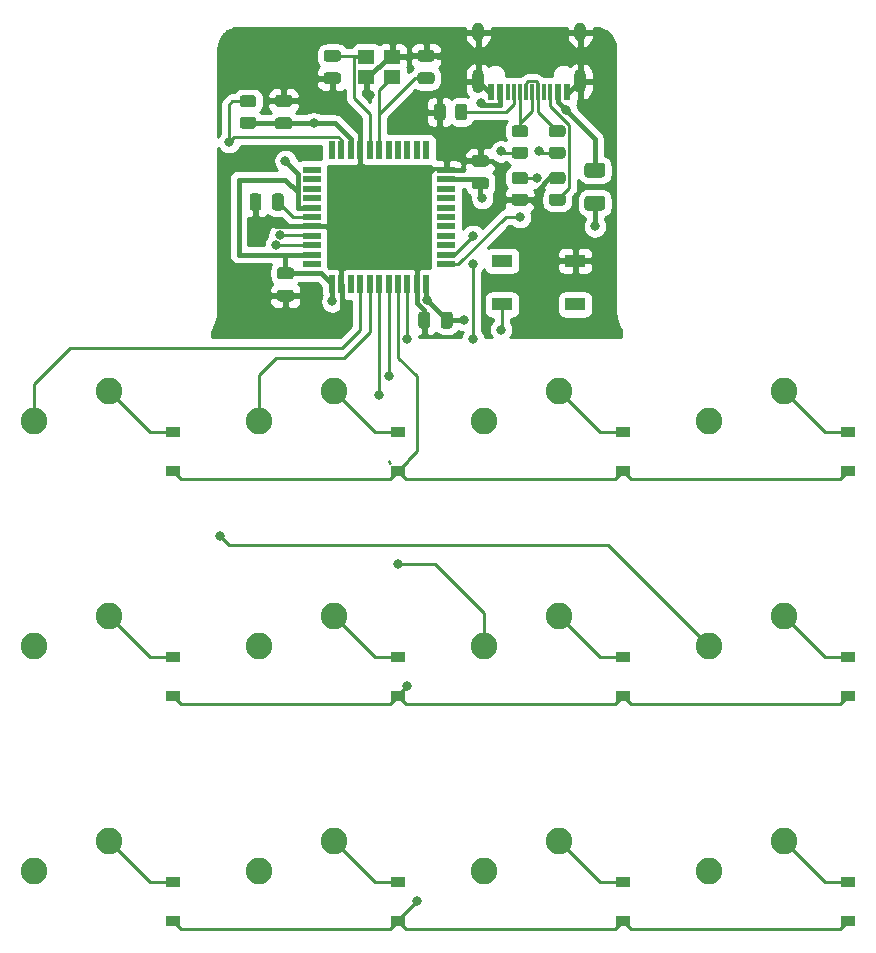
<source format=gbl>
%TF.GenerationSoftware,KiCad,Pcbnew,(5.1.10)-1*%
%TF.CreationDate,2021-11-01T22:25:46+02:00*%
%TF.ProjectId,V1,56312e6b-6963-4616-945f-706362585858,rev?*%
%TF.SameCoordinates,Original*%
%TF.FileFunction,Copper,L2,Bot*%
%TF.FilePolarity,Positive*%
%FSLAX46Y46*%
G04 Gerber Fmt 4.6, Leading zero omitted, Abs format (unit mm)*
G04 Created by KiCad (PCBNEW (5.1.10)-1) date 2021-11-01 22:25:46*
%MOMM*%
%LPD*%
G01*
G04 APERTURE LIST*
%TA.AperFunction,SMDPad,CuDef*%
%ADD10R,1.400000X1.200000*%
%TD*%
%TA.AperFunction,SMDPad,CuDef*%
%ADD11R,0.600000X1.450000*%
%TD*%
%TA.AperFunction,SMDPad,CuDef*%
%ADD12R,0.300000X1.450000*%
%TD*%
%TA.AperFunction,ComponentPad*%
%ADD13O,1.000000X2.100000*%
%TD*%
%TA.AperFunction,ComponentPad*%
%ADD14O,1.000000X1.600000*%
%TD*%
%TA.AperFunction,SMDPad,CuDef*%
%ADD15R,0.550000X1.500000*%
%TD*%
%TA.AperFunction,SMDPad,CuDef*%
%ADD16R,1.500000X0.550000*%
%TD*%
%TA.AperFunction,SMDPad,CuDef*%
%ADD17R,1.800000X1.100000*%
%TD*%
%TA.AperFunction,ComponentPad*%
%ADD18C,2.250000*%
%TD*%
%TA.AperFunction,SMDPad,CuDef*%
%ADD19R,1.200000X0.900000*%
%TD*%
%TA.AperFunction,ViaPad*%
%ADD20C,0.800000*%
%TD*%
%TA.AperFunction,Conductor*%
%ADD21C,0.254000*%
%TD*%
%TA.AperFunction,Conductor*%
%ADD22C,0.381000*%
%TD*%
%TA.AperFunction,Conductor*%
%ADD23C,0.100000*%
%TD*%
G04 APERTURE END LIST*
D10*
%TO.P,Y1,4*%
%TO.N,GND*%
X91587500Y-62650000D03*
%TO.P,Y1,3*%
%TO.N,Net-(C2-Pad1)*%
X89387500Y-62650000D03*
%TO.P,Y1,2*%
%TO.N,GND*%
X89387500Y-64350000D03*
%TO.P,Y1,1*%
%TO.N,Net-(C1-Pad1)*%
X91587500Y-64350000D03*
%TD*%
D11*
%TO.P,USB1,12*%
%TO.N,GND*%
X106412500Y-65638750D03*
%TO.P,USB1,1*%
X99962500Y-65638750D03*
%TO.P,USB1,11*%
%TO.N,VCC*%
X105637500Y-65638750D03*
%TO.P,USB1,2*%
X100737500Y-65638750D03*
D12*
%TO.P,USB1,3*%
%TO.N,Net-(USB1-Pad3)*%
X101437500Y-65638750D03*
%TO.P,USB1,10*%
%TO.N,Net-(R5-Pad1)*%
X104937500Y-65638750D03*
%TO.P,USB1,4*%
%TO.N,Net-(R6-Pad1)*%
X101937500Y-65638750D03*
%TO.P,USB1,9*%
%TO.N,Net-(USB1-Pad9)*%
X104437500Y-65638750D03*
%TO.P,USB1,5*%
%TO.N,D-*%
X102437500Y-65638750D03*
%TO.P,USB1,8*%
%TO.N,D+*%
X103937500Y-65638750D03*
%TO.P,USB1,7*%
%TO.N,D-*%
X103437500Y-65638750D03*
%TO.P,USB1,6*%
%TO.N,D+*%
X102937500Y-65638750D03*
D13*
%TO.P,USB1,13*%
%TO.N,GND*%
X98867500Y-64723750D03*
X107507500Y-64723750D03*
D14*
X98867500Y-60543750D03*
X107507500Y-60543750D03*
%TD*%
D15*
%TO.P,U1,44*%
%TO.N,+5V*%
X86487500Y-81900000D03*
%TO.P,U1,43*%
%TO.N,GND*%
X87287500Y-81900000D03*
%TO.P,U1,42*%
%TO.N,Net-(U1-Pad42)*%
X88087500Y-81900000D03*
%TO.P,U1,41*%
%TO.N,COL0*%
X88887500Y-81900000D03*
%TO.P,U1,40*%
%TO.N,COL1*%
X89687500Y-81900000D03*
%TO.P,U1,39*%
%TO.N,COL2*%
X90487500Y-81900000D03*
%TO.P,U1,38*%
%TO.N,COL3*%
X91287500Y-81900000D03*
%TO.P,U1,37*%
%TO.N,ROW0*%
X92087500Y-81900000D03*
%TO.P,U1,36*%
%TO.N,ROW1*%
X92887500Y-81900000D03*
%TO.P,U1,35*%
%TO.N,GND*%
X93687500Y-81900000D03*
%TO.P,U1,34*%
%TO.N,+5V*%
X94487500Y-81900000D03*
D16*
%TO.P,U1,33*%
%TO.N,Net-(R4-Pad2)*%
X96187500Y-80200000D03*
%TO.P,U1,32*%
%TO.N,ROW2*%
X96187500Y-79400000D03*
%TO.P,U1,31*%
%TO.N,Net-(U1-Pad31)*%
X96187500Y-78600000D03*
%TO.P,U1,30*%
%TO.N,Net-(U1-Pad30)*%
X96187500Y-77800000D03*
%TO.P,U1,29*%
%TO.N,Net-(U1-Pad29)*%
X96187500Y-77000000D03*
%TO.P,U1,28*%
%TO.N,Net-(U1-Pad28)*%
X96187500Y-76200000D03*
%TO.P,U1,27*%
%TO.N,Net-(U1-Pad27)*%
X96187500Y-75400000D03*
%TO.P,U1,26*%
%TO.N,Net-(U1-Pad26)*%
X96187500Y-74600000D03*
%TO.P,U1,25*%
%TO.N,Net-(U1-Pad25)*%
X96187500Y-73800000D03*
%TO.P,U1,24*%
%TO.N,+5V*%
X96187500Y-73000000D03*
%TO.P,U1,23*%
%TO.N,GND*%
X96187500Y-72200000D03*
D15*
%TO.P,U1,22*%
%TO.N,Net-(U1-Pad22)*%
X94487500Y-70500000D03*
%TO.P,U1,21*%
%TO.N,Net-(U1-Pad21)*%
X93687500Y-70500000D03*
%TO.P,U1,20*%
%TO.N,Net-(U1-Pad20)*%
X92887500Y-70500000D03*
%TO.P,U1,19*%
%TO.N,Net-(U1-Pad19)*%
X92087500Y-70500000D03*
%TO.P,U1,18*%
%TO.N,Net-(U1-Pad18)*%
X91287500Y-70500000D03*
%TO.P,U1,17*%
%TO.N,Net-(C1-Pad1)*%
X90487500Y-70500000D03*
%TO.P,U1,16*%
%TO.N,Net-(C2-Pad1)*%
X89687500Y-70500000D03*
%TO.P,U1,15*%
%TO.N,GND*%
X88887500Y-70500000D03*
%TO.P,U1,14*%
%TO.N,+5V*%
X88087500Y-70500000D03*
%TO.P,U1,13*%
%TO.N,Net-(R1-Pad2)*%
X87287500Y-70500000D03*
%TO.P,U1,12*%
%TO.N,Net-(U1-Pad12)*%
X86487500Y-70500000D03*
D16*
%TO.P,U1,11*%
%TO.N,Net-(U1-Pad11)*%
X84787500Y-72200000D03*
%TO.P,U1,10*%
%TO.N,Net-(U1-Pad10)*%
X84787500Y-73000000D03*
%TO.P,U1,9*%
%TO.N,Net-(U1-Pad9)*%
X84787500Y-73800000D03*
%TO.P,U1,8*%
%TO.N,Net-(U1-Pad8)*%
X84787500Y-74600000D03*
%TO.P,U1,7*%
%TO.N,+5V*%
X84787500Y-75400000D03*
%TO.P,U1,6*%
%TO.N,Net-(C3-Pad1)*%
X84787500Y-76200000D03*
%TO.P,U1,5*%
%TO.N,GND*%
X84787500Y-77000000D03*
%TO.P,U1,4*%
%TO.N,Net-(R2-Pad1)*%
X84787500Y-77800000D03*
%TO.P,U1,3*%
%TO.N,Net-(R3-Pad1)*%
X84787500Y-78600000D03*
%TO.P,U1,2*%
%TO.N,+5V*%
X84787500Y-79400000D03*
%TO.P,U1,1*%
%TO.N,Net-(U1-Pad1)*%
X84787500Y-80200000D03*
%TD*%
D17*
%TO.P,SW1,4*%
%TO.N,N/C*%
X100881250Y-79906250D03*
%TO.P,SW1,3*%
X107081250Y-83606250D03*
%TO.P,SW1,2*%
%TO.N,Net-(R1-Pad2)*%
X100881250Y-83606250D03*
%TO.P,SW1,1*%
%TO.N,GND*%
X107081250Y-79906250D03*
%TD*%
%TO.P,R6,2*%
%TO.N,GND*%
%TA.AperFunction,SMDPad,CuDef*%
G36*
G01*
X96120000Y-66859999D02*
X96120000Y-67760001D01*
G75*
G02*
X95870001Y-68010000I-249999J0D01*
G01*
X95344999Y-68010000D01*
G75*
G02*
X95095000Y-67760001I0J249999D01*
G01*
X95095000Y-66859999D01*
G75*
G02*
X95344999Y-66610000I249999J0D01*
G01*
X95870001Y-66610000D01*
G75*
G02*
X96120000Y-66859999I0J-249999D01*
G01*
G37*
%TD.AperFunction*%
%TO.P,R6,1*%
%TO.N,Net-(R6-Pad1)*%
%TA.AperFunction,SMDPad,CuDef*%
G36*
G01*
X97945000Y-66859999D02*
X97945000Y-67760001D01*
G75*
G02*
X97695001Y-68010000I-249999J0D01*
G01*
X97169999Y-68010000D01*
G75*
G02*
X96920000Y-67760001I0J249999D01*
G01*
X96920000Y-66859999D01*
G75*
G02*
X97169999Y-66610000I249999J0D01*
G01*
X97695001Y-66610000D01*
G75*
G02*
X97945000Y-66859999I0J-249999D01*
G01*
G37*
%TD.AperFunction*%
%TD*%
%TO.P,R5,2*%
%TO.N,GND*%
%TA.AperFunction,SMDPad,CuDef*%
G36*
G01*
X106018751Y-73418750D02*
X105118749Y-73418750D01*
G75*
G02*
X104868750Y-73168751I0J249999D01*
G01*
X104868750Y-72643749D01*
G75*
G02*
X105118749Y-72393750I249999J0D01*
G01*
X106018751Y-72393750D01*
G75*
G02*
X106268750Y-72643749I0J-249999D01*
G01*
X106268750Y-73168751D01*
G75*
G02*
X106018751Y-73418750I-249999J0D01*
G01*
G37*
%TD.AperFunction*%
%TO.P,R5,1*%
%TO.N,Net-(R5-Pad1)*%
%TA.AperFunction,SMDPad,CuDef*%
G36*
G01*
X106018751Y-75243750D02*
X105118749Y-75243750D01*
G75*
G02*
X104868750Y-74993751I0J249999D01*
G01*
X104868750Y-74468749D01*
G75*
G02*
X105118749Y-74218750I249999J0D01*
G01*
X106018751Y-74218750D01*
G75*
G02*
X106268750Y-74468749I0J-249999D01*
G01*
X106268750Y-74993751D01*
G75*
G02*
X106018751Y-75243750I-249999J0D01*
G01*
G37*
%TD.AperFunction*%
%TD*%
%TO.P,R4,2*%
%TO.N,Net-(R4-Pad2)*%
%TA.AperFunction,SMDPad,CuDef*%
G36*
G01*
X102843751Y-73418750D02*
X101943749Y-73418750D01*
G75*
G02*
X101693750Y-73168751I0J249999D01*
G01*
X101693750Y-72643749D01*
G75*
G02*
X101943749Y-72393750I249999J0D01*
G01*
X102843751Y-72393750D01*
G75*
G02*
X103093750Y-72643749I0J-249999D01*
G01*
X103093750Y-73168751D01*
G75*
G02*
X102843751Y-73418750I-249999J0D01*
G01*
G37*
%TD.AperFunction*%
%TO.P,R4,1*%
%TO.N,GND*%
%TA.AperFunction,SMDPad,CuDef*%
G36*
G01*
X102843751Y-75243750D02*
X101943749Y-75243750D01*
G75*
G02*
X101693750Y-74993751I0J249999D01*
G01*
X101693750Y-74468749D01*
G75*
G02*
X101943749Y-74218750I249999J0D01*
G01*
X102843751Y-74218750D01*
G75*
G02*
X103093750Y-74468749I0J-249999D01*
G01*
X103093750Y-74993751D01*
G75*
G02*
X102843751Y-75243750I-249999J0D01*
G01*
G37*
%TD.AperFunction*%
%TD*%
%TO.P,R3,2*%
%TO.N,D-*%
%TA.AperFunction,SMDPad,CuDef*%
G36*
G01*
X102843751Y-69450000D02*
X101943749Y-69450000D01*
G75*
G02*
X101693750Y-69200001I0J249999D01*
G01*
X101693750Y-68674999D01*
G75*
G02*
X101943749Y-68425000I249999J0D01*
G01*
X102843751Y-68425000D01*
G75*
G02*
X103093750Y-68674999I0J-249999D01*
G01*
X103093750Y-69200001D01*
G75*
G02*
X102843751Y-69450000I-249999J0D01*
G01*
G37*
%TD.AperFunction*%
%TO.P,R3,1*%
%TO.N,Net-(R3-Pad1)*%
%TA.AperFunction,SMDPad,CuDef*%
G36*
G01*
X102843751Y-71275000D02*
X101943749Y-71275000D01*
G75*
G02*
X101693750Y-71025001I0J249999D01*
G01*
X101693750Y-70499999D01*
G75*
G02*
X101943749Y-70250000I249999J0D01*
G01*
X102843751Y-70250000D01*
G75*
G02*
X103093750Y-70499999I0J-249999D01*
G01*
X103093750Y-71025001D01*
G75*
G02*
X102843751Y-71275000I-249999J0D01*
G01*
G37*
%TD.AperFunction*%
%TD*%
%TO.P,R2,2*%
%TO.N,D+*%
%TA.AperFunction,SMDPad,CuDef*%
G36*
G01*
X106018751Y-69450000D02*
X105118749Y-69450000D01*
G75*
G02*
X104868750Y-69200001I0J249999D01*
G01*
X104868750Y-68674999D01*
G75*
G02*
X105118749Y-68425000I249999J0D01*
G01*
X106018751Y-68425000D01*
G75*
G02*
X106268750Y-68674999I0J-249999D01*
G01*
X106268750Y-69200001D01*
G75*
G02*
X106018751Y-69450000I-249999J0D01*
G01*
G37*
%TD.AperFunction*%
%TO.P,R2,1*%
%TO.N,Net-(R2-Pad1)*%
%TA.AperFunction,SMDPad,CuDef*%
G36*
G01*
X106018751Y-71275000D02*
X105118749Y-71275000D01*
G75*
G02*
X104868750Y-71025001I0J249999D01*
G01*
X104868750Y-70499999D01*
G75*
G02*
X105118749Y-70250000I249999J0D01*
G01*
X106018751Y-70250000D01*
G75*
G02*
X106268750Y-70499999I0J-249999D01*
G01*
X106268750Y-71025001D01*
G75*
G02*
X106018751Y-71275000I-249999J0D01*
G01*
G37*
%TD.AperFunction*%
%TD*%
%TO.P,R1,2*%
%TO.N,Net-(R1-Pad2)*%
%TA.AperFunction,SMDPad,CuDef*%
G36*
G01*
X79825001Y-66910000D02*
X78924999Y-66910000D01*
G75*
G02*
X78675000Y-66660001I0J249999D01*
G01*
X78675000Y-66134999D01*
G75*
G02*
X78924999Y-65885000I249999J0D01*
G01*
X79825001Y-65885000D01*
G75*
G02*
X80075000Y-66134999I0J-249999D01*
G01*
X80075000Y-66660001D01*
G75*
G02*
X79825001Y-66910000I-249999J0D01*
G01*
G37*
%TD.AperFunction*%
%TO.P,R1,1*%
%TO.N,+5V*%
%TA.AperFunction,SMDPad,CuDef*%
G36*
G01*
X79825001Y-68735000D02*
X78924999Y-68735000D01*
G75*
G02*
X78675000Y-68485001I0J249999D01*
G01*
X78675000Y-67959999D01*
G75*
G02*
X78924999Y-67710000I249999J0D01*
G01*
X79825001Y-67710000D01*
G75*
G02*
X80075000Y-67959999I0J-249999D01*
G01*
X80075000Y-68485001D01*
G75*
G02*
X79825001Y-68735000I-249999J0D01*
G01*
G37*
%TD.AperFunction*%
%TD*%
D18*
%TO.P,MX12,2*%
%TO.N,Net-(D12-Pad2)*%
X124777500Y-129063750D03*
%TO.P,MX12,1*%
%TO.N,COL3*%
X118427500Y-131603750D03*
%TD*%
%TO.P,MX11,2*%
%TO.N,Net-(D11-Pad2)*%
X105727500Y-129063750D03*
%TO.P,MX11,1*%
%TO.N,COL2*%
X99377500Y-131603750D03*
%TD*%
%TO.P,MX10,2*%
%TO.N,Net-(D10-Pad2)*%
X86677500Y-129063750D03*
%TO.P,MX10,1*%
%TO.N,COL1*%
X80327500Y-131603750D03*
%TD*%
%TO.P,MX9,2*%
%TO.N,Net-(D9-Pad2)*%
X67627500Y-129063750D03*
%TO.P,MX9,1*%
%TO.N,COL0*%
X61277500Y-131603750D03*
%TD*%
%TO.P,MX8,2*%
%TO.N,Net-(D8-Pad2)*%
X124777500Y-110013750D03*
%TO.P,MX8,1*%
%TO.N,COL3*%
X118427500Y-112553750D03*
%TD*%
%TO.P,MX7,2*%
%TO.N,Net-(D7-Pad2)*%
X105727500Y-110013750D03*
%TO.P,MX7,1*%
%TO.N,COL2*%
X99377500Y-112553750D03*
%TD*%
%TO.P,MX6,2*%
%TO.N,Net-(D6-Pad2)*%
X86677500Y-110013750D03*
%TO.P,MX6,1*%
%TO.N,COL1*%
X80327500Y-112553750D03*
%TD*%
%TO.P,MX5,2*%
%TO.N,Net-(D5-Pad2)*%
X67627500Y-110013750D03*
%TO.P,MX5,1*%
%TO.N,COL0*%
X61277500Y-112553750D03*
%TD*%
%TO.P,MX4,2*%
%TO.N,Net-(D4-Pad2)*%
X124777500Y-90963750D03*
%TO.P,MX4,1*%
%TO.N,COL3*%
X118427500Y-93503750D03*
%TD*%
%TO.P,MX3,2*%
%TO.N,Net-(D3-Pad2)*%
X105727500Y-90963750D03*
%TO.P,MX3,1*%
%TO.N,COL2*%
X99377500Y-93503750D03*
%TD*%
%TO.P,MX2,2*%
%TO.N,Net-(D2-Pad2)*%
X86677500Y-90963750D03*
%TO.P,MX2,1*%
%TO.N,COL1*%
X80327500Y-93503750D03*
%TD*%
%TO.P,MX1,2*%
%TO.N,Net-(D1-Pad2)*%
X67627500Y-90963750D03*
%TO.P,MX1,1*%
%TO.N,COL0*%
X61277500Y-93503750D03*
%TD*%
%TO.P,F1,2*%
%TO.N,VCC*%
%TA.AperFunction,SMDPad,CuDef*%
G36*
G01*
X109368750Y-72856250D02*
X108118750Y-72856250D01*
G75*
G02*
X107868750Y-72606250I0J250000D01*
G01*
X107868750Y-71856250D01*
G75*
G02*
X108118750Y-71606250I250000J0D01*
G01*
X109368750Y-71606250D01*
G75*
G02*
X109618750Y-71856250I0J-250000D01*
G01*
X109618750Y-72606250D01*
G75*
G02*
X109368750Y-72856250I-250000J0D01*
G01*
G37*
%TD.AperFunction*%
%TO.P,F1,1*%
%TO.N,+5V*%
%TA.AperFunction,SMDPad,CuDef*%
G36*
G01*
X109368750Y-75656250D02*
X108118750Y-75656250D01*
G75*
G02*
X107868750Y-75406250I0J250000D01*
G01*
X107868750Y-74656250D01*
G75*
G02*
X108118750Y-74406250I250000J0D01*
G01*
X109368750Y-74406250D01*
G75*
G02*
X109618750Y-74656250I0J-250000D01*
G01*
X109618750Y-75406250D01*
G75*
G02*
X109368750Y-75656250I-250000J0D01*
G01*
G37*
%TD.AperFunction*%
%TD*%
D19*
%TO.P,D12,2*%
%TO.N,Net-(D12-Pad2)*%
X130175000Y-132493750D03*
%TO.P,D12,1*%
%TO.N,ROW2*%
X130175000Y-135793750D03*
%TD*%
%TO.P,D11,2*%
%TO.N,Net-(D11-Pad2)*%
X111125000Y-132493750D03*
%TO.P,D11,1*%
%TO.N,ROW2*%
X111125000Y-135793750D03*
%TD*%
%TO.P,D10,2*%
%TO.N,Net-(D10-Pad2)*%
X92075000Y-132493750D03*
%TO.P,D10,1*%
%TO.N,ROW2*%
X92075000Y-135793750D03*
%TD*%
%TO.P,D9,2*%
%TO.N,Net-(D9-Pad2)*%
X73025000Y-132493750D03*
%TO.P,D9,1*%
%TO.N,ROW2*%
X73025000Y-135793750D03*
%TD*%
%TO.P,D8,2*%
%TO.N,Net-(D8-Pad2)*%
X130175000Y-113443750D03*
%TO.P,D8,1*%
%TO.N,ROW1*%
X130175000Y-116743750D03*
%TD*%
%TO.P,D7,2*%
%TO.N,Net-(D7-Pad2)*%
X111125000Y-113443750D03*
%TO.P,D7,1*%
%TO.N,ROW1*%
X111125000Y-116743750D03*
%TD*%
%TO.P,D6,2*%
%TO.N,Net-(D6-Pad2)*%
X92075000Y-113443750D03*
%TO.P,D6,1*%
%TO.N,ROW1*%
X92075000Y-116743750D03*
%TD*%
%TO.P,D5,2*%
%TO.N,Net-(D5-Pad2)*%
X73025000Y-113443750D03*
%TO.P,D5,1*%
%TO.N,ROW1*%
X73025000Y-116743750D03*
%TD*%
%TO.P,D4,2*%
%TO.N,Net-(D4-Pad2)*%
X130175000Y-94393750D03*
%TO.P,D4,1*%
%TO.N,ROW0*%
X130175000Y-97693750D03*
%TD*%
%TO.P,D3,2*%
%TO.N,Net-(D3-Pad2)*%
X111125000Y-94393750D03*
%TO.P,D3,1*%
%TO.N,ROW0*%
X111125000Y-97693750D03*
%TD*%
%TO.P,D2,2*%
%TO.N,Net-(D2-Pad2)*%
X92075000Y-94393750D03*
%TO.P,D2,1*%
%TO.N,ROW0*%
X92075000Y-97693750D03*
%TD*%
%TO.P,D1,2*%
%TO.N,Net-(D1-Pad2)*%
X73025000Y-94393750D03*
%TO.P,D1,1*%
%TO.N,ROW0*%
X73025000Y-97693750D03*
%TD*%
%TO.P,C7,2*%
%TO.N,GND*%
%TA.AperFunction,SMDPad,CuDef*%
G36*
G01*
X82075000Y-82362500D02*
X83025000Y-82362500D01*
G75*
G02*
X83275000Y-82612500I0J-250000D01*
G01*
X83275000Y-83112500D01*
G75*
G02*
X83025000Y-83362500I-250000J0D01*
G01*
X82075000Y-83362500D01*
G75*
G02*
X81825000Y-83112500I0J250000D01*
G01*
X81825000Y-82612500D01*
G75*
G02*
X82075000Y-82362500I250000J0D01*
G01*
G37*
%TD.AperFunction*%
%TO.P,C7,1*%
%TO.N,+5V*%
%TA.AperFunction,SMDPad,CuDef*%
G36*
G01*
X82075000Y-80462500D02*
X83025000Y-80462500D01*
G75*
G02*
X83275000Y-80712500I0J-250000D01*
G01*
X83275000Y-81212500D01*
G75*
G02*
X83025000Y-81462500I-250000J0D01*
G01*
X82075000Y-81462500D01*
G75*
G02*
X81825000Y-81212500I0J250000D01*
G01*
X81825000Y-80712500D01*
G75*
G02*
X82075000Y-80462500I250000J0D01*
G01*
G37*
%TD.AperFunction*%
%TD*%
%TO.P,C6,2*%
%TO.N,GND*%
%TA.AperFunction,SMDPad,CuDef*%
G36*
G01*
X94800000Y-84456250D02*
X94800000Y-85406250D01*
G75*
G02*
X94550000Y-85656250I-250000J0D01*
G01*
X94050000Y-85656250D01*
G75*
G02*
X93800000Y-85406250I0J250000D01*
G01*
X93800000Y-84456250D01*
G75*
G02*
X94050000Y-84206250I250000J0D01*
G01*
X94550000Y-84206250D01*
G75*
G02*
X94800000Y-84456250I0J-250000D01*
G01*
G37*
%TD.AperFunction*%
%TO.P,C6,1*%
%TO.N,+5V*%
%TA.AperFunction,SMDPad,CuDef*%
G36*
G01*
X96700000Y-84456250D02*
X96700000Y-85406250D01*
G75*
G02*
X96450000Y-85656250I-250000J0D01*
G01*
X95950000Y-85656250D01*
G75*
G02*
X95700000Y-85406250I0J250000D01*
G01*
X95700000Y-84456250D01*
G75*
G02*
X95950000Y-84206250I250000J0D01*
G01*
X96450000Y-84206250D01*
G75*
G02*
X96700000Y-84456250I0J-250000D01*
G01*
G37*
%TD.AperFunction*%
%TD*%
%TO.P,C5,1*%
%TO.N,+5V*%
%TA.AperFunction,SMDPad,CuDef*%
G36*
G01*
X99535000Y-73840000D02*
X98585000Y-73840000D01*
G75*
G02*
X98335000Y-73590000I0J250000D01*
G01*
X98335000Y-73090000D01*
G75*
G02*
X98585000Y-72840000I250000J0D01*
G01*
X99535000Y-72840000D01*
G75*
G02*
X99785000Y-73090000I0J-250000D01*
G01*
X99785000Y-73590000D01*
G75*
G02*
X99535000Y-73840000I-250000J0D01*
G01*
G37*
%TD.AperFunction*%
%TO.P,C5,2*%
%TO.N,GND*%
%TA.AperFunction,SMDPad,CuDef*%
G36*
G01*
X99535000Y-71940000D02*
X98585000Y-71940000D01*
G75*
G02*
X98335000Y-71690000I0J250000D01*
G01*
X98335000Y-71190000D01*
G75*
G02*
X98585000Y-70940000I250000J0D01*
G01*
X99535000Y-70940000D01*
G75*
G02*
X99785000Y-71190000I0J-250000D01*
G01*
X99785000Y-71690000D01*
G75*
G02*
X99535000Y-71940000I-250000J0D01*
G01*
G37*
%TD.AperFunction*%
%TD*%
%TO.P,C4,2*%
%TO.N,GND*%
%TA.AperFunction,SMDPad,CuDef*%
G36*
G01*
X82866250Y-66860000D02*
X81916250Y-66860000D01*
G75*
G02*
X81666250Y-66610000I0J250000D01*
G01*
X81666250Y-66110000D01*
G75*
G02*
X81916250Y-65860000I250000J0D01*
G01*
X82866250Y-65860000D01*
G75*
G02*
X83116250Y-66110000I0J-250000D01*
G01*
X83116250Y-66610000D01*
G75*
G02*
X82866250Y-66860000I-250000J0D01*
G01*
G37*
%TD.AperFunction*%
%TO.P,C4,1*%
%TO.N,+5V*%
%TA.AperFunction,SMDPad,CuDef*%
G36*
G01*
X82866250Y-68760000D02*
X81916250Y-68760000D01*
G75*
G02*
X81666250Y-68510000I0J250000D01*
G01*
X81666250Y-68010000D01*
G75*
G02*
X81916250Y-67760000I250000J0D01*
G01*
X82866250Y-67760000D01*
G75*
G02*
X83116250Y-68010000I0J-250000D01*
G01*
X83116250Y-68510000D01*
G75*
G02*
X82866250Y-68760000I-250000J0D01*
G01*
G37*
%TD.AperFunction*%
%TD*%
%TO.P,C3,2*%
%TO.N,GND*%
%TA.AperFunction,SMDPad,CuDef*%
G36*
G01*
X80512500Y-74455000D02*
X80512500Y-75405000D01*
G75*
G02*
X80262500Y-75655000I-250000J0D01*
G01*
X79762500Y-75655000D01*
G75*
G02*
X79512500Y-75405000I0J250000D01*
G01*
X79512500Y-74455000D01*
G75*
G02*
X79762500Y-74205000I250000J0D01*
G01*
X80262500Y-74205000D01*
G75*
G02*
X80512500Y-74455000I0J-250000D01*
G01*
G37*
%TD.AperFunction*%
%TO.P,C3,1*%
%TO.N,Net-(C3-Pad1)*%
%TA.AperFunction,SMDPad,CuDef*%
G36*
G01*
X82412500Y-74455000D02*
X82412500Y-75405000D01*
G75*
G02*
X82162500Y-75655000I-250000J0D01*
G01*
X81662500Y-75655000D01*
G75*
G02*
X81412500Y-75405000I0J250000D01*
G01*
X81412500Y-74455000D01*
G75*
G02*
X81662500Y-74205000I250000J0D01*
G01*
X82162500Y-74205000D01*
G75*
G02*
X82412500Y-74455000I0J-250000D01*
G01*
G37*
%TD.AperFunction*%
%TD*%
%TO.P,C2,2*%
%TO.N,GND*%
%TA.AperFunction,SMDPad,CuDef*%
G36*
G01*
X86043750Y-63950000D02*
X86993750Y-63950000D01*
G75*
G02*
X87243750Y-64200000I0J-250000D01*
G01*
X87243750Y-64700000D01*
G75*
G02*
X86993750Y-64950000I-250000J0D01*
G01*
X86043750Y-64950000D01*
G75*
G02*
X85793750Y-64700000I0J250000D01*
G01*
X85793750Y-64200000D01*
G75*
G02*
X86043750Y-63950000I250000J0D01*
G01*
G37*
%TD.AperFunction*%
%TO.P,C2,1*%
%TO.N,Net-(C2-Pad1)*%
%TA.AperFunction,SMDPad,CuDef*%
G36*
G01*
X86043750Y-62050000D02*
X86993750Y-62050000D01*
G75*
G02*
X87243750Y-62300000I0J-250000D01*
G01*
X87243750Y-62800000D01*
G75*
G02*
X86993750Y-63050000I-250000J0D01*
G01*
X86043750Y-63050000D01*
G75*
G02*
X85793750Y-62800000I0J250000D01*
G01*
X85793750Y-62300000D01*
G75*
G02*
X86043750Y-62050000I250000J0D01*
G01*
G37*
%TD.AperFunction*%
%TD*%
%TO.P,C1,2*%
%TO.N,GND*%
%TA.AperFunction,SMDPad,CuDef*%
G36*
G01*
X94931250Y-63050000D02*
X93981250Y-63050000D01*
G75*
G02*
X93731250Y-62800000I0J250000D01*
G01*
X93731250Y-62300000D01*
G75*
G02*
X93981250Y-62050000I250000J0D01*
G01*
X94931250Y-62050000D01*
G75*
G02*
X95181250Y-62300000I0J-250000D01*
G01*
X95181250Y-62800000D01*
G75*
G02*
X94931250Y-63050000I-250000J0D01*
G01*
G37*
%TD.AperFunction*%
%TO.P,C1,1*%
%TO.N,Net-(C1-Pad1)*%
%TA.AperFunction,SMDPad,CuDef*%
G36*
G01*
X94931250Y-64950000D02*
X93981250Y-64950000D01*
G75*
G02*
X93731250Y-64700000I0J250000D01*
G01*
X93731250Y-64200000D01*
G75*
G02*
X93981250Y-63950000I250000J0D01*
G01*
X94931250Y-63950000D01*
G75*
G02*
X95181250Y-64200000I0J-250000D01*
G01*
X95181250Y-64700000D01*
G75*
G02*
X94931250Y-64950000I-250000J0D01*
G01*
G37*
%TD.AperFunction*%
%TD*%
D20*
%TO.N,GND*%
X82550000Y-65087500D03*
X86518750Y-65881250D03*
X89693750Y-65881250D03*
X96043750Y-62706250D03*
X99172269Y-69896481D03*
X104775000Y-76200000D03*
X106362500Y-81756250D03*
X80168750Y-76993750D03*
%TO.N,+5V*%
X99218750Y-74612500D03*
X97631250Y-84931250D03*
X108743750Y-76993750D03*
X82550000Y-71437500D03*
X84931250Y-68262500D03*
X86518750Y-83343750D03*
X94534375Y-83265625D03*
%TO.N,ROW1*%
X92868750Y-115887500D03*
X92868750Y-86518750D03*
%TO.N,ROW2*%
X93662500Y-134143750D03*
X98425000Y-86518750D03*
X98425000Y-80168750D03*
X98425000Y-77787500D03*
%TO.N,VCC*%
X99103992Y-66583000D03*
X106290996Y-67103094D03*
%TO.N,COL2*%
X90487500Y-91281250D03*
X92075000Y-105568750D03*
%TO.N,COL3*%
X91281250Y-89693750D03*
X76993750Y-103187500D03*
%TO.N,Net-(R1-Pad2)*%
X100806250Y-85725000D03*
X77787500Y-69850000D03*
%TO.N,Net-(R2-Pad1)*%
X103981250Y-70643750D03*
X82062668Y-77735016D03*
%TO.N,Net-(R3-Pad1)*%
X100806250Y-70643750D03*
X81756250Y-78581250D03*
%TO.N,Net-(R4-Pad2)*%
X102393750Y-76200000D03*
X103819157Y-72862907D03*
%TD*%
D21*
%TO.N,*%
X91281250Y-96900000D02*
X91397999Y-97016749D01*
X91281250Y-96837500D02*
X91281250Y-96900000D01*
D22*
%TO.N,GND*%
X95467500Y-62650000D02*
X95567500Y-62550000D01*
X99060000Y-71440000D02*
X99216250Y-71440000D01*
X84787500Y-77000000D02*
X86512500Y-77000000D01*
X87287500Y-77775000D02*
X87287500Y-81900000D01*
X86512500Y-77000000D02*
X87287500Y-77775000D01*
X93687500Y-81900000D02*
X93687500Y-80193750D01*
X84787500Y-77000000D02*
X81762500Y-77000000D01*
X88887500Y-72218750D02*
X88887500Y-71450000D01*
X88887500Y-70500000D02*
X88887500Y-71450000D01*
X88887500Y-70500000D02*
X88887500Y-69068750D01*
X91284598Y-62650000D02*
X91587500Y-62650000D01*
X89584598Y-64350000D02*
X91284598Y-62650000D01*
X89387500Y-64350000D02*
X89584598Y-64350000D01*
X96187500Y-72200000D02*
X97600000Y-72200000D01*
X105568750Y-72906250D02*
X104893750Y-72906250D01*
X104893750Y-72906250D02*
X103981250Y-73818750D01*
X87287500Y-81900000D02*
X87312500Y-81925000D01*
X87312500Y-81925000D02*
X87312500Y-83343750D01*
X87312500Y-84775000D02*
X87468750Y-84931250D01*
X87312500Y-83343750D02*
X87312500Y-84775000D01*
X93687500Y-83440692D02*
X94300000Y-84053192D01*
X94300000Y-84053192D02*
X94300000Y-84931250D01*
X93687500Y-81900000D02*
X93687500Y-83440692D01*
X106592500Y-65638750D02*
X107507500Y-64723750D01*
X106412500Y-65638750D02*
X106592500Y-65638750D01*
X99782500Y-65638750D02*
X98867500Y-64723750D01*
X99962500Y-65638750D02*
X99782500Y-65638750D01*
X99060000Y-71440000D02*
X100015000Y-71440000D01*
X100015000Y-71440000D02*
X100806250Y-72231250D01*
X82391250Y-65246250D02*
X82550000Y-65087500D01*
X82391250Y-66360000D02*
X82391250Y-65246250D01*
X86518750Y-64450000D02*
X86518750Y-64293750D01*
X86518750Y-64450000D02*
X86518750Y-65881250D01*
X89387500Y-65575000D02*
X89693750Y-65881250D01*
X89387500Y-64350000D02*
X89387500Y-65575000D01*
X95887500Y-62550000D02*
X96043750Y-62706250D01*
X94456250Y-62550000D02*
X95887500Y-62550000D01*
X99060000Y-70008750D02*
X99172269Y-69896481D01*
X99060000Y-71440000D02*
X99060000Y-70008750D01*
X103981250Y-75406250D02*
X104775000Y-76200000D01*
X103981250Y-73818750D02*
X103981250Y-75406250D01*
X102393750Y-74731250D02*
X103306250Y-74731250D01*
X103306250Y-74731250D02*
X103981250Y-75406250D01*
X107081250Y-81037500D02*
X106362500Y-81756250D01*
X107081250Y-79906250D02*
X107081250Y-81037500D01*
X80012500Y-76837500D02*
X80168750Y-76993750D01*
X80012500Y-74930000D02*
X80012500Y-76837500D01*
D21*
%TO.N,Net-(C1-Pad1)*%
X91587500Y-64350000D02*
X90487500Y-65450000D01*
X90487500Y-68262500D02*
X90487500Y-70500000D01*
X90487500Y-65450000D02*
X90487500Y-68262500D01*
X94456250Y-64450000D02*
X93506250Y-64450000D01*
X93506250Y-64450000D02*
X90487500Y-67468750D01*
%TO.N,Net-(C2-Pad1)*%
X89687500Y-69686398D02*
X89687500Y-70500000D01*
X88433500Y-62650000D02*
X88360499Y-62723001D01*
X89387500Y-62650000D02*
X88433500Y-62650000D01*
X88360499Y-62723001D02*
X88360499Y-66135499D01*
X88360499Y-66135499D02*
X89693750Y-67468750D01*
X89687500Y-67475000D02*
X89687500Y-70500000D01*
X89693750Y-67468750D02*
X89687500Y-67475000D01*
X89287500Y-62550000D02*
X89387500Y-62650000D01*
X86518750Y-62550000D02*
X89287500Y-62550000D01*
%TO.N,Net-(C3-Pad1)*%
X83182500Y-76200000D02*
X84787500Y-76200000D01*
X81912500Y-74930000D02*
X83182500Y-76200000D01*
D22*
%TO.N,+5V*%
X86775402Y-68260000D02*
X88106250Y-69590848D01*
X88106250Y-70481250D02*
X88087500Y-70500000D01*
X88106250Y-69590848D02*
X88106250Y-70481250D01*
X98720000Y-73000000D02*
X96187500Y-73000000D01*
X99060000Y-73340000D02*
X98720000Y-73000000D01*
X99060000Y-74453750D02*
X99218750Y-74612500D01*
X99060000Y-73340000D02*
X99060000Y-74453750D01*
X94456250Y-81931250D02*
X94487500Y-81900000D01*
X94456250Y-83187500D02*
X94456250Y-81931250D01*
X97631250Y-84931250D02*
X96200000Y-84931250D01*
X86518750Y-81931250D02*
X86487500Y-81900000D01*
X83646999Y-75390499D02*
X83646999Y-72534499D01*
X83656500Y-75400000D02*
X83646999Y-75390499D01*
X84787500Y-75400000D02*
X83656500Y-75400000D01*
X83646999Y-72534499D02*
X82550000Y-71437500D01*
X83646999Y-75390499D02*
X83646999Y-74121999D01*
X83646999Y-74121999D02*
X82550000Y-73025000D01*
X82550000Y-73025000D02*
X78581250Y-73025000D01*
X78581250Y-73025000D02*
X78581250Y-79375000D01*
X84762500Y-79375000D02*
X84787500Y-79400000D01*
X78581250Y-79375000D02*
X82550000Y-79375000D01*
X82550000Y-79375000D02*
X84762500Y-79375000D01*
X86518750Y-83343750D02*
X86518750Y-81931250D01*
X94534375Y-83265625D02*
X94456250Y-83187500D01*
X96200000Y-84931250D02*
X94534375Y-83265625D01*
X82353750Y-68222500D02*
X82391250Y-68260000D01*
X79375000Y-68222500D02*
X82353750Y-68222500D01*
X108743750Y-76993750D02*
X108743750Y-75031250D01*
X85550000Y-80962500D02*
X86487500Y-81900000D01*
X82550000Y-80962500D02*
X85550000Y-80962500D01*
X82550000Y-79375000D02*
X82550000Y-80962500D01*
X82391250Y-68260000D02*
X86775402Y-68260000D01*
D21*
%TO.N,Net-(D1-Pad2)*%
X71057500Y-94393750D02*
X67627500Y-90963750D01*
X73025000Y-94393750D02*
X71057500Y-94393750D01*
%TO.N,ROW0*%
X111795901Y-98364651D02*
X111125000Y-97693750D01*
X129504099Y-98364651D02*
X111795901Y-98364651D01*
X130175000Y-97693750D02*
X129504099Y-98364651D01*
X92745901Y-98364651D02*
X92075000Y-97693750D01*
X110454099Y-98364651D02*
X92745901Y-98364651D01*
X111125000Y-97693750D02*
X110454099Y-98364651D01*
X73695901Y-98364651D02*
X73025000Y-97693750D01*
X91404099Y-98364651D02*
X73695901Y-98364651D01*
X92075000Y-97693750D02*
X91404099Y-98364651D01*
X92902001Y-96866749D02*
X92902001Y-96804249D01*
X92075000Y-97693750D02*
X92902001Y-96866749D01*
X92902001Y-96804249D02*
X93662500Y-96043750D01*
X93662500Y-96043750D02*
X93662500Y-89693750D01*
X92087500Y-88118750D02*
X92087500Y-81900000D01*
X93662500Y-89693750D02*
X92087500Y-88118750D01*
%TO.N,Net-(D2-Pad2)*%
X90107500Y-94393750D02*
X86677500Y-90963750D01*
X92075000Y-94393750D02*
X90107500Y-94393750D01*
%TO.N,Net-(D3-Pad2)*%
X109157500Y-94393750D02*
X105727500Y-90963750D01*
X111125000Y-94393750D02*
X109157500Y-94393750D01*
%TO.N,Net-(D4-Pad2)*%
X128207500Y-94393750D02*
X124777500Y-90963750D01*
X130175000Y-94393750D02*
X128207500Y-94393750D01*
%TO.N,Net-(D5-Pad2)*%
X71057500Y-113443750D02*
X67627500Y-110013750D01*
X73025000Y-113443750D02*
X71057500Y-113443750D01*
%TO.N,ROW1*%
X111795901Y-117414651D02*
X111125000Y-116743750D01*
X129504099Y-117414651D02*
X111795901Y-117414651D01*
X130175000Y-116743750D02*
X129504099Y-117414651D01*
X92745901Y-117414651D02*
X92075000Y-116743750D01*
X110454099Y-117414651D02*
X92745901Y-117414651D01*
X111125000Y-116743750D02*
X110454099Y-117414651D01*
X73695901Y-117414651D02*
X73025000Y-116743750D01*
X91404099Y-117414651D02*
X73695901Y-117414651D01*
X92075000Y-116743750D02*
X91404099Y-117414651D01*
X92075000Y-116681250D02*
X92868750Y-115887500D01*
X92075000Y-116743750D02*
X92075000Y-116681250D01*
X92868750Y-82552352D02*
X92868750Y-86518750D01*
X92887500Y-82533602D02*
X92868750Y-82552352D01*
X92887500Y-81900000D02*
X92887500Y-82533602D01*
%TO.N,Net-(D6-Pad2)*%
X90107500Y-113443750D02*
X86677500Y-110013750D01*
X92075000Y-113443750D02*
X90107500Y-113443750D01*
%TO.N,Net-(D7-Pad2)*%
X109157500Y-113443750D02*
X105727500Y-110013750D01*
X111125000Y-113443750D02*
X109157500Y-113443750D01*
%TO.N,Net-(D8-Pad2)*%
X128207500Y-113443750D02*
X124777500Y-110013750D01*
X130175000Y-113443750D02*
X128207500Y-113443750D01*
%TO.N,Net-(D9-Pad2)*%
X71057500Y-132493750D02*
X67627500Y-129063750D01*
X73025000Y-132493750D02*
X71057500Y-132493750D01*
%TO.N,ROW2*%
X129504099Y-136464651D02*
X130175000Y-135793750D01*
X111795901Y-136464651D02*
X129504099Y-136464651D01*
X111125000Y-135793750D02*
X111795901Y-136464651D01*
X92745901Y-136464651D02*
X92075000Y-135793750D01*
X110454099Y-136464651D02*
X92745901Y-136464651D01*
X111125000Y-135793750D02*
X110454099Y-136464651D01*
X73695901Y-136464651D02*
X73025000Y-135793750D01*
X91404099Y-136464651D02*
X73695901Y-136464651D01*
X92075000Y-135793750D02*
X91404099Y-136464651D01*
X92075000Y-135793750D02*
X92075000Y-135731250D01*
X92075000Y-135731250D02*
X93662500Y-134143750D01*
X98425000Y-86518750D02*
X98425000Y-80503898D01*
X98425000Y-80503898D02*
X98425000Y-80168750D01*
X96812500Y-79400000D02*
X98425000Y-77787500D01*
X96187500Y-79400000D02*
X96812500Y-79400000D01*
%TO.N,Net-(D10-Pad2)*%
X90107500Y-132493750D02*
X86677500Y-129063750D01*
X92075000Y-132493750D02*
X90107500Y-132493750D01*
%TO.N,Net-(D11-Pad2)*%
X109157500Y-132493750D02*
X105727500Y-129063750D01*
X111125000Y-132493750D02*
X109157500Y-132493750D01*
%TO.N,Net-(D12-Pad2)*%
X128207500Y-132493750D02*
X124777500Y-129063750D01*
X130175000Y-132493750D02*
X128207500Y-132493750D01*
D22*
%TO.N,VCC*%
X100737500Y-66744750D02*
X100727999Y-66754251D01*
X100737500Y-65638750D02*
X100737500Y-66744750D01*
X100727999Y-66754251D02*
X99275243Y-66754251D01*
X99275243Y-66754251D02*
X99103992Y-66583000D01*
X105637500Y-66449598D02*
X106290996Y-67103094D01*
X105637500Y-65638750D02*
X105637500Y-66449598D01*
X108743750Y-69555848D02*
X108743750Y-72231250D01*
X106290996Y-67103094D02*
X108743750Y-69555848D01*
D21*
%TO.N,COL0*%
X61277500Y-93503750D02*
X61277500Y-90328750D01*
X61277500Y-90328750D02*
X64293750Y-87312500D01*
X64293750Y-87312500D02*
X87312500Y-87312500D01*
X87312500Y-87312500D02*
X88900000Y-85725000D01*
X88887500Y-85712500D02*
X88887500Y-81900000D01*
X88900000Y-85725000D02*
X88887500Y-85712500D01*
%TO.N,COL1*%
X89687500Y-85952788D02*
X89687500Y-81900000D01*
X80327500Y-93503750D02*
X80327500Y-89535000D01*
X80327500Y-89535000D02*
X81756250Y-88106250D01*
X87534038Y-88106250D02*
X89687500Y-85952788D01*
X81756250Y-88106250D02*
X87534038Y-88106250D01*
%TO.N,COL2*%
X99377500Y-112553750D02*
X99377500Y-109696250D01*
X99377500Y-109696250D02*
X95250000Y-105568750D01*
X90487500Y-89693750D02*
X90487500Y-81900000D01*
X90487500Y-89693750D02*
X90487500Y-91281250D01*
X95250000Y-105568750D02*
X92075000Y-105568750D01*
%TO.N,COL3*%
X91287500Y-89687500D02*
X91281250Y-89693750D01*
X91287500Y-81900000D02*
X91287500Y-89687500D01*
X76993750Y-103187500D02*
X77787500Y-103981250D01*
X109855000Y-103981250D02*
X113665000Y-107791250D01*
X77787500Y-103981250D02*
X109855000Y-103981250D01*
X113665000Y-107791250D02*
X118427500Y-112553750D01*
X113506250Y-107632500D02*
X113665000Y-107791250D01*
%TO.N,Net-(R1-Pad2)*%
X100881250Y-85650000D02*
X100806250Y-85725000D01*
X100881250Y-83606250D02*
X100881250Y-85650000D01*
X87312500Y-70475000D02*
X87287500Y-70500000D01*
X87024101Y-69422999D02*
X87312500Y-69711398D01*
X78214501Y-69422999D02*
X87024101Y-69422999D01*
X87312500Y-69711398D02*
X87312500Y-70475000D01*
X77787500Y-69850000D02*
X78214501Y-69422999D01*
X77787500Y-66675000D02*
X78065000Y-66397500D01*
X77787500Y-69850000D02*
X77787500Y-66675000D01*
X79375000Y-66397500D02*
X78065000Y-66397500D01*
%TO.N,D+*%
X103937500Y-67306250D02*
X105568750Y-68937500D01*
X103937500Y-65638750D02*
X103937500Y-67306250D01*
X103937500Y-64855148D02*
X103937500Y-65638750D01*
X103769101Y-64686749D02*
X103937500Y-64855148D01*
X103105899Y-64686749D02*
X103769101Y-64686749D01*
X102937500Y-64855148D02*
X103105899Y-64686749D01*
X102937500Y-65638750D02*
X102937500Y-64855148D01*
%TO.N,Net-(R2-Pad1)*%
X104100000Y-70762500D02*
X103981250Y-70643750D01*
X105568750Y-70762500D02*
X104100000Y-70762500D01*
X84722516Y-77735016D02*
X84787500Y-77800000D01*
X82062668Y-77735016D02*
X84722516Y-77735016D01*
%TO.N,D-*%
X102393750Y-68937500D02*
X102393750Y-69056250D01*
X102437500Y-68893750D02*
X102393750Y-68937500D01*
X103437500Y-67218750D02*
X102437500Y-68218750D01*
X103437500Y-65638750D02*
X103437500Y-67218750D01*
X102437500Y-68218750D02*
X102437500Y-68893750D01*
X102437500Y-65638750D02*
X102437500Y-68218750D01*
%TO.N,Net-(R3-Pad1)*%
X100925000Y-70762500D02*
X100806250Y-70643750D01*
X102393750Y-70762500D02*
X100925000Y-70762500D01*
X84768750Y-78581250D02*
X84787500Y-78600000D01*
X81756250Y-78581250D02*
X84768750Y-78581250D01*
%TO.N,Net-(R4-Pad2)*%
X97001102Y-80200000D02*
X96187500Y-80200000D01*
X97191500Y-80200000D02*
X101191500Y-76200000D01*
X96187500Y-80200000D02*
X97191500Y-80200000D01*
X101191500Y-76200000D02*
X102393750Y-76200000D01*
X103775814Y-72906250D02*
X103819157Y-72862907D01*
X102393750Y-72906250D02*
X103775814Y-72906250D01*
%TO.N,Net-(R5-Pad1)*%
X106595760Y-73704240D02*
X105568750Y-74731250D01*
X106595760Y-68435992D02*
X106595760Y-73704240D01*
X104937500Y-66777732D02*
X106595760Y-68435992D01*
X104937500Y-65638750D02*
X104937500Y-66777732D01*
%TO.N,Net-(R6-Pad1)*%
X101937500Y-66602352D02*
X101937500Y-65638750D01*
X101229852Y-67310000D02*
X101937500Y-66602352D01*
X97432500Y-67310000D02*
X101229852Y-67310000D01*
%TD*%
%TO.N,GND*%
X94427000Y-84804250D02*
X94447000Y-84804250D01*
X94447000Y-85058250D01*
X94427000Y-85058250D01*
X94427000Y-86132500D01*
X94585750Y-86291250D01*
X94800000Y-86294322D01*
X94924482Y-86282062D01*
X95044180Y-86245752D01*
X95154494Y-86186787D01*
X95251185Y-86107435D01*
X95316658Y-86027656D01*
X95322038Y-86034212D01*
X95456614Y-86144655D01*
X95610150Y-86226722D01*
X95776746Y-86277258D01*
X95950000Y-86294322D01*
X96450000Y-86294322D01*
X96623254Y-86277258D01*
X96789850Y-86226722D01*
X96943386Y-86144655D01*
X97077962Y-86034212D01*
X97188405Y-85899636D01*
X97202209Y-85873811D01*
X97329352Y-85926476D01*
X97529311Y-85966250D01*
X97549385Y-85966250D01*
X97507795Y-86028494D01*
X97429774Y-86216852D01*
X97394985Y-86391750D01*
X93898765Y-86391750D01*
X93879160Y-86293187D01*
X94014250Y-86291250D01*
X94173000Y-86132500D01*
X94173000Y-85058250D01*
X94153000Y-85058250D01*
X94153000Y-84804250D01*
X94173000Y-84804250D01*
X94173000Y-84784250D01*
X94427000Y-84784250D01*
X94427000Y-84804250D01*
%TA.AperFunction,Conductor*%
D23*
G36*
X94427000Y-84804250D02*
G01*
X94447000Y-84804250D01*
X94447000Y-85058250D01*
X94427000Y-85058250D01*
X94427000Y-86132500D01*
X94585750Y-86291250D01*
X94800000Y-86294322D01*
X94924482Y-86282062D01*
X95044180Y-86245752D01*
X95154494Y-86186787D01*
X95251185Y-86107435D01*
X95316658Y-86027656D01*
X95322038Y-86034212D01*
X95456614Y-86144655D01*
X95610150Y-86226722D01*
X95776746Y-86277258D01*
X95950000Y-86294322D01*
X96450000Y-86294322D01*
X96623254Y-86277258D01*
X96789850Y-86226722D01*
X96943386Y-86144655D01*
X97077962Y-86034212D01*
X97188405Y-85899636D01*
X97202209Y-85873811D01*
X97329352Y-85926476D01*
X97529311Y-85966250D01*
X97549385Y-85966250D01*
X97507795Y-86028494D01*
X97429774Y-86216852D01*
X97394985Y-86391750D01*
X93898765Y-86391750D01*
X93879160Y-86293187D01*
X94014250Y-86291250D01*
X94173000Y-86132500D01*
X94173000Y-85058250D01*
X94153000Y-85058250D01*
X94153000Y-84804250D01*
X94173000Y-84804250D01*
X94173000Y-84784250D01*
X94427000Y-84784250D01*
X94427000Y-84804250D01*
G37*
%TD.AperFunction*%
D21*
X97732500Y-60416750D02*
X98740500Y-60416750D01*
X98740500Y-60396750D01*
X98994500Y-60396750D01*
X98994500Y-60416750D01*
X100002500Y-60416750D01*
X100002500Y-60191250D01*
X106372500Y-60191250D01*
X106372500Y-60416750D01*
X107380500Y-60416750D01*
X107380500Y-60396750D01*
X107634500Y-60396750D01*
X107634500Y-60416750D01*
X108642500Y-60416750D01*
X108642500Y-60191250D01*
X108711471Y-60191250D01*
X109077460Y-60227136D01*
X109398460Y-60324051D01*
X109694525Y-60481471D01*
X109954373Y-60693399D01*
X110168108Y-60951760D01*
X110327588Y-61246714D01*
X110426744Y-61567032D01*
X110465000Y-61931012D01*
X110465001Y-84169919D01*
X110467878Y-84199125D01*
X110467774Y-84213941D01*
X110468673Y-84223112D01*
X110517252Y-84685305D01*
X110529277Y-84743885D01*
X110540489Y-84802663D01*
X110543152Y-84811485D01*
X110680579Y-85255439D01*
X110703758Y-85310579D01*
X110726168Y-85366046D01*
X110730495Y-85374183D01*
X110951536Y-85782990D01*
X110984971Y-85832559D01*
X110998000Y-85852469D01*
X110998000Y-86391750D01*
X101603211Y-86391750D01*
X101610187Y-86384774D01*
X101723455Y-86215256D01*
X101801476Y-86026898D01*
X101841250Y-85826939D01*
X101841250Y-85623061D01*
X101801476Y-85423102D01*
X101723455Y-85234744D01*
X101643250Y-85114708D01*
X101643250Y-84794322D01*
X101781250Y-84794322D01*
X101905732Y-84782062D01*
X102025430Y-84745752D01*
X102135744Y-84686787D01*
X102232435Y-84607435D01*
X102311787Y-84510744D01*
X102370752Y-84400430D01*
X102407062Y-84280732D01*
X102419322Y-84156250D01*
X102419322Y-83056250D01*
X105543178Y-83056250D01*
X105543178Y-84156250D01*
X105555438Y-84280732D01*
X105591748Y-84400430D01*
X105650713Y-84510744D01*
X105730065Y-84607435D01*
X105826756Y-84686787D01*
X105937070Y-84745752D01*
X106056768Y-84782062D01*
X106181250Y-84794322D01*
X107981250Y-84794322D01*
X108105732Y-84782062D01*
X108225430Y-84745752D01*
X108335744Y-84686787D01*
X108432435Y-84607435D01*
X108511787Y-84510744D01*
X108570752Y-84400430D01*
X108607062Y-84280732D01*
X108619322Y-84156250D01*
X108619322Y-83056250D01*
X108607062Y-82931768D01*
X108570752Y-82812070D01*
X108511787Y-82701756D01*
X108432435Y-82605065D01*
X108335744Y-82525713D01*
X108225430Y-82466748D01*
X108105732Y-82430438D01*
X107981250Y-82418178D01*
X106181250Y-82418178D01*
X106056768Y-82430438D01*
X105937070Y-82466748D01*
X105826756Y-82525713D01*
X105730065Y-82605065D01*
X105650713Y-82701756D01*
X105591748Y-82812070D01*
X105555438Y-82931768D01*
X105543178Y-83056250D01*
X102419322Y-83056250D01*
X102407062Y-82931768D01*
X102370752Y-82812070D01*
X102311787Y-82701756D01*
X102232435Y-82605065D01*
X102135744Y-82525713D01*
X102025430Y-82466748D01*
X101905732Y-82430438D01*
X101781250Y-82418178D01*
X99981250Y-82418178D01*
X99856768Y-82430438D01*
X99737070Y-82466748D01*
X99626756Y-82525713D01*
X99530065Y-82605065D01*
X99450713Y-82701756D01*
X99391748Y-82812070D01*
X99355438Y-82931768D01*
X99343178Y-83056250D01*
X99343178Y-84156250D01*
X99355438Y-84280732D01*
X99391748Y-84400430D01*
X99450713Y-84510744D01*
X99530065Y-84607435D01*
X99626756Y-84686787D01*
X99737070Y-84745752D01*
X99856768Y-84782062D01*
X99981250Y-84794322D01*
X100119251Y-84794322D01*
X100119251Y-84948288D01*
X100002313Y-85065226D01*
X99889045Y-85234744D01*
X99811024Y-85423102D01*
X99771250Y-85623061D01*
X99771250Y-85826939D01*
X99811024Y-86026898D01*
X99889045Y-86215256D01*
X100002313Y-86384774D01*
X100009289Y-86391750D01*
X99455015Y-86391750D01*
X99420226Y-86216852D01*
X99342205Y-86028494D01*
X99228937Y-85858976D01*
X99187000Y-85817039D01*
X99187000Y-80870461D01*
X99228937Y-80828524D01*
X99342205Y-80659006D01*
X99363550Y-80607474D01*
X99391748Y-80700430D01*
X99450713Y-80810744D01*
X99530065Y-80907435D01*
X99626756Y-80986787D01*
X99737070Y-81045752D01*
X99856768Y-81082062D01*
X99981250Y-81094322D01*
X101781250Y-81094322D01*
X101905732Y-81082062D01*
X102025430Y-81045752D01*
X102135744Y-80986787D01*
X102232435Y-80907435D01*
X102311787Y-80810744D01*
X102370752Y-80700430D01*
X102407062Y-80580732D01*
X102419322Y-80456250D01*
X105543178Y-80456250D01*
X105555438Y-80580732D01*
X105591748Y-80700430D01*
X105650713Y-80810744D01*
X105730065Y-80907435D01*
X105826756Y-80986787D01*
X105937070Y-81045752D01*
X106056768Y-81082062D01*
X106181250Y-81094322D01*
X106795500Y-81091250D01*
X106954250Y-80932500D01*
X106954250Y-80033250D01*
X107208250Y-80033250D01*
X107208250Y-80932500D01*
X107367000Y-81091250D01*
X107981250Y-81094322D01*
X108105732Y-81082062D01*
X108225430Y-81045752D01*
X108335744Y-80986787D01*
X108432435Y-80907435D01*
X108511787Y-80810744D01*
X108570752Y-80700430D01*
X108607062Y-80580732D01*
X108619322Y-80456250D01*
X108616250Y-80192000D01*
X108457500Y-80033250D01*
X107208250Y-80033250D01*
X106954250Y-80033250D01*
X105705000Y-80033250D01*
X105546250Y-80192000D01*
X105543178Y-80456250D01*
X102419322Y-80456250D01*
X102419322Y-79356250D01*
X105543178Y-79356250D01*
X105546250Y-79620500D01*
X105705000Y-79779250D01*
X106954250Y-79779250D01*
X106954250Y-78880000D01*
X107208250Y-78880000D01*
X107208250Y-79779250D01*
X108457500Y-79779250D01*
X108616250Y-79620500D01*
X108619322Y-79356250D01*
X108607062Y-79231768D01*
X108570752Y-79112070D01*
X108511787Y-79001756D01*
X108432435Y-78905065D01*
X108335744Y-78825713D01*
X108225430Y-78766748D01*
X108105732Y-78730438D01*
X107981250Y-78718178D01*
X107367000Y-78721250D01*
X107208250Y-78880000D01*
X106954250Y-78880000D01*
X106795500Y-78721250D01*
X106181250Y-78718178D01*
X106056768Y-78730438D01*
X105937070Y-78766748D01*
X105826756Y-78825713D01*
X105730065Y-78905065D01*
X105650713Y-79001756D01*
X105591748Y-79112070D01*
X105555438Y-79231768D01*
X105543178Y-79356250D01*
X102419322Y-79356250D01*
X102407062Y-79231768D01*
X102370752Y-79112070D01*
X102311787Y-79001756D01*
X102232435Y-78905065D01*
X102135744Y-78825713D01*
X102025430Y-78766748D01*
X101905732Y-78730438D01*
X101781250Y-78718178D01*
X99981250Y-78718178D01*
X99856768Y-78730438D01*
X99737070Y-78766748D01*
X99662550Y-78806580D01*
X101507131Y-76962000D01*
X101692039Y-76962000D01*
X101733976Y-77003937D01*
X101903494Y-77117205D01*
X102091852Y-77195226D01*
X102291811Y-77235000D01*
X102495689Y-77235000D01*
X102695648Y-77195226D01*
X102884006Y-77117205D01*
X103053524Y-77003937D01*
X103197687Y-76859774D01*
X103310955Y-76690256D01*
X103388976Y-76501898D01*
X103428750Y-76301939D01*
X103428750Y-76098061D01*
X103388976Y-75898102D01*
X103357730Y-75822668D01*
X103448244Y-75774287D01*
X103544935Y-75694935D01*
X103624287Y-75598244D01*
X103683252Y-75487930D01*
X103719562Y-75368232D01*
X103731822Y-75243750D01*
X103728750Y-75017000D01*
X103570000Y-74858250D01*
X102520750Y-74858250D01*
X102520750Y-74878250D01*
X102266750Y-74878250D01*
X102266750Y-74858250D01*
X101217500Y-74858250D01*
X101058750Y-75017000D01*
X101055678Y-75243750D01*
X101067938Y-75368232D01*
X101090987Y-75444213D01*
X101042122Y-75449026D01*
X100898485Y-75492598D01*
X100766108Y-75563355D01*
X100650078Y-75658578D01*
X100626221Y-75687648D01*
X99207540Y-77106329D01*
X99084774Y-76983563D01*
X98915256Y-76870295D01*
X98726898Y-76792274D01*
X98526939Y-76752500D01*
X98323061Y-76752500D01*
X98123102Y-76792274D01*
X97934744Y-76870295D01*
X97765226Y-76983563D01*
X97621063Y-77127726D01*
X97575572Y-77195808D01*
X97575572Y-76725000D01*
X97563312Y-76600518D01*
X97563155Y-76600000D01*
X97563312Y-76599482D01*
X97575572Y-76475000D01*
X97575572Y-75925000D01*
X97563312Y-75800518D01*
X97563155Y-75800000D01*
X97563312Y-75799482D01*
X97575572Y-75675000D01*
X97575572Y-75125000D01*
X97563312Y-75000518D01*
X97563155Y-75000000D01*
X97563312Y-74999482D01*
X97575572Y-74875000D01*
X97575572Y-74325000D01*
X97563312Y-74200518D01*
X97563155Y-74200000D01*
X97563312Y-74199482D01*
X97575572Y-74075000D01*
X97575572Y-73825500D01*
X97732874Y-73825500D01*
X97764528Y-73929850D01*
X97846595Y-74083386D01*
X97957038Y-74217962D01*
X98091614Y-74328405D01*
X98207646Y-74390426D01*
X98183750Y-74510561D01*
X98183750Y-74714439D01*
X98223524Y-74914398D01*
X98301545Y-75102756D01*
X98414813Y-75272274D01*
X98558976Y-75416437D01*
X98728494Y-75529705D01*
X98916852Y-75607726D01*
X99116811Y-75647500D01*
X99320689Y-75647500D01*
X99520648Y-75607726D01*
X99709006Y-75529705D01*
X99878524Y-75416437D01*
X100022687Y-75272274D01*
X100135955Y-75102756D01*
X100213976Y-74914398D01*
X100253750Y-74714439D01*
X100253750Y-74510561D01*
X100213976Y-74310602D01*
X100171363Y-74207725D01*
X100273405Y-74083386D01*
X100355472Y-73929850D01*
X100406008Y-73763254D01*
X100423072Y-73590000D01*
X100423072Y-73090000D01*
X100406008Y-72916746D01*
X100355472Y-72750150D01*
X100273405Y-72596614D01*
X100162962Y-72462038D01*
X100156406Y-72456658D01*
X100236185Y-72391185D01*
X100315537Y-72294494D01*
X100374502Y-72184180D01*
X100410812Y-72064482D01*
X100423072Y-71940000D01*
X100420000Y-71725750D01*
X100261252Y-71567002D01*
X100330593Y-71567002D01*
X100504352Y-71638976D01*
X100704311Y-71678750D01*
X100908189Y-71678750D01*
X101108148Y-71638976D01*
X101254544Y-71578336D01*
X101315788Y-71652962D01*
X101450363Y-71763405D01*
X101583138Y-71834375D01*
X101450363Y-71905345D01*
X101315788Y-72015788D01*
X101205345Y-72150363D01*
X101123278Y-72303899D01*
X101072742Y-72470495D01*
X101055678Y-72643749D01*
X101055678Y-73168751D01*
X101072742Y-73342005D01*
X101123278Y-73508601D01*
X101205345Y-73662137D01*
X101272026Y-73743387D01*
X101242565Y-73767565D01*
X101163213Y-73864256D01*
X101104248Y-73974570D01*
X101067938Y-74094268D01*
X101055678Y-74218750D01*
X101058750Y-74445500D01*
X101217500Y-74604250D01*
X102266750Y-74604250D01*
X102266750Y-74584250D01*
X102520750Y-74584250D01*
X102520750Y-74604250D01*
X103570000Y-74604250D01*
X103728750Y-74445500D01*
X103731822Y-74218750D01*
X103719562Y-74094268D01*
X103683252Y-73974570D01*
X103633358Y-73881226D01*
X103717218Y-73897907D01*
X103921096Y-73897907D01*
X104121055Y-73858133D01*
X104309413Y-73780112D01*
X104333339Y-73764125D01*
X104338213Y-73773244D01*
X104417565Y-73869935D01*
X104447026Y-73894113D01*
X104380345Y-73975363D01*
X104298278Y-74128899D01*
X104247742Y-74295495D01*
X104230678Y-74468749D01*
X104230678Y-74993751D01*
X104247742Y-75167005D01*
X104298278Y-75333601D01*
X104380345Y-75487137D01*
X104490788Y-75621712D01*
X104625363Y-75732155D01*
X104778899Y-75814222D01*
X104945495Y-75864758D01*
X105118749Y-75881822D01*
X106018751Y-75881822D01*
X106192005Y-75864758D01*
X106358601Y-75814222D01*
X106512137Y-75732155D01*
X106646712Y-75621712D01*
X106757155Y-75487137D01*
X106839222Y-75333601D01*
X106889758Y-75167005D01*
X106906822Y-74993751D01*
X106906822Y-74656250D01*
X107230678Y-74656250D01*
X107230678Y-75406250D01*
X107247742Y-75579504D01*
X107298278Y-75746100D01*
X107380345Y-75899636D01*
X107490788Y-76034212D01*
X107625364Y-76144655D01*
X107778900Y-76226722D01*
X107918250Y-76268993D01*
X107918250Y-76366247D01*
X107826545Y-76503494D01*
X107748524Y-76691852D01*
X107708750Y-76891811D01*
X107708750Y-77095689D01*
X107748524Y-77295648D01*
X107826545Y-77484006D01*
X107939813Y-77653524D01*
X108083976Y-77797687D01*
X108253494Y-77910955D01*
X108441852Y-77988976D01*
X108641811Y-78028750D01*
X108845689Y-78028750D01*
X109045648Y-77988976D01*
X109234006Y-77910955D01*
X109403524Y-77797687D01*
X109547687Y-77653524D01*
X109660955Y-77484006D01*
X109738976Y-77295648D01*
X109778750Y-77095689D01*
X109778750Y-76891811D01*
X109738976Y-76691852D01*
X109660955Y-76503494D01*
X109569250Y-76366247D01*
X109569250Y-76268993D01*
X109708600Y-76226722D01*
X109862136Y-76144655D01*
X109996712Y-76034212D01*
X110107155Y-75899636D01*
X110189222Y-75746100D01*
X110239758Y-75579504D01*
X110256822Y-75406250D01*
X110256822Y-74656250D01*
X110239758Y-74482996D01*
X110189222Y-74316400D01*
X110107155Y-74162864D01*
X109996712Y-74028288D01*
X109862136Y-73917845D01*
X109708600Y-73835778D01*
X109542004Y-73785242D01*
X109368750Y-73768178D01*
X108118750Y-73768178D01*
X107945496Y-73785242D01*
X107778900Y-73835778D01*
X107625364Y-73917845D01*
X107490788Y-74028288D01*
X107380345Y-74162864D01*
X107298278Y-74316400D01*
X107247742Y-74482996D01*
X107230678Y-74656250D01*
X106906822Y-74656250D01*
X106906822Y-74470809D01*
X107108111Y-74269519D01*
X107137182Y-74245662D01*
X107232405Y-74129632D01*
X107303162Y-73997255D01*
X107346734Y-73853618D01*
X107357760Y-73741666D01*
X107357760Y-73741664D01*
X107361446Y-73704241D01*
X107357760Y-73666818D01*
X107357760Y-73057383D01*
X107380345Y-73099636D01*
X107490788Y-73234212D01*
X107625364Y-73344655D01*
X107778900Y-73426722D01*
X107945496Y-73477258D01*
X108118750Y-73494322D01*
X109368750Y-73494322D01*
X109542004Y-73477258D01*
X109708600Y-73426722D01*
X109862136Y-73344655D01*
X109996712Y-73234212D01*
X110107155Y-73099636D01*
X110189222Y-72946100D01*
X110239758Y-72779504D01*
X110256822Y-72606250D01*
X110256822Y-71856250D01*
X110239758Y-71682996D01*
X110189222Y-71516400D01*
X110107155Y-71362864D01*
X109996712Y-71228288D01*
X109862136Y-71117845D01*
X109708600Y-71035778D01*
X109569250Y-70993507D01*
X109569250Y-69596398D01*
X109573244Y-69555848D01*
X109569250Y-69515295D01*
X109557306Y-69394022D01*
X109510103Y-69238414D01*
X109452157Y-69130005D01*
X109433449Y-69095005D01*
X109382927Y-69033444D01*
X109330291Y-68969307D01*
X109298791Y-68943456D01*
X107318425Y-66963090D01*
X107286222Y-66801196D01*
X107248009Y-66708942D01*
X107302002Y-66607930D01*
X107338312Y-66488232D01*
X107350572Y-66363750D01*
X107349873Y-66263800D01*
X107380500Y-66241704D01*
X107380500Y-64850750D01*
X107634500Y-64850750D01*
X107634500Y-66241704D01*
X107809374Y-66367869D01*
X108032476Y-66288026D01*
X108220264Y-66166119D01*
X108380661Y-66009919D01*
X108507503Y-65825428D01*
X108595915Y-65619737D01*
X108642500Y-65400750D01*
X108642500Y-64850750D01*
X107634500Y-64850750D01*
X107380500Y-64850750D01*
X107360500Y-64850750D01*
X107360500Y-64596750D01*
X107380500Y-64596750D01*
X107380500Y-63205796D01*
X107634500Y-63205796D01*
X107634500Y-64596750D01*
X108642500Y-64596750D01*
X108642500Y-64046750D01*
X108595915Y-63827763D01*
X108507503Y-63622072D01*
X108380661Y-63437581D01*
X108220264Y-63281381D01*
X108032476Y-63159474D01*
X107809374Y-63079631D01*
X107634500Y-63205796D01*
X107380500Y-63205796D01*
X107205626Y-63079631D01*
X106982524Y-63159474D01*
X106794736Y-63281381D01*
X106650384Y-63421956D01*
X106532231Y-63343009D01*
X106357522Y-63270642D01*
X106172052Y-63233750D01*
X105982948Y-63233750D01*
X105797478Y-63270642D01*
X105622769Y-63343009D01*
X105465536Y-63448069D01*
X105331819Y-63581786D01*
X105226759Y-63739019D01*
X105154392Y-63913728D01*
X105117500Y-64099198D01*
X105117500Y-64278633D01*
X105087500Y-64275678D01*
X104787500Y-64275678D01*
X104687500Y-64285527D01*
X104587500Y-64275678D01*
X104435660Y-64275678D01*
X104334385Y-64174403D01*
X104310523Y-64145327D01*
X104194493Y-64050104D01*
X104062116Y-63979347D01*
X103918479Y-63935775D01*
X103806527Y-63924749D01*
X103806524Y-63924749D01*
X103769101Y-63921063D01*
X103731678Y-63924749D01*
X103143321Y-63924749D01*
X103105898Y-63921063D01*
X103068475Y-63924749D01*
X103068473Y-63924749D01*
X102956521Y-63935775D01*
X102812884Y-63979347D01*
X102680507Y-64050104D01*
X102564477Y-64145327D01*
X102540615Y-64174403D01*
X102439340Y-64275678D01*
X102287500Y-64275678D01*
X102187500Y-64285527D01*
X102087500Y-64275678D01*
X101787500Y-64275678D01*
X101687500Y-64285527D01*
X101587500Y-64275678D01*
X101287500Y-64275678D01*
X101257500Y-64278633D01*
X101257500Y-64099198D01*
X101220608Y-63913728D01*
X101148241Y-63739019D01*
X101043181Y-63581786D01*
X100909464Y-63448069D01*
X100752231Y-63343009D01*
X100577522Y-63270642D01*
X100392052Y-63233750D01*
X100202948Y-63233750D01*
X100017478Y-63270642D01*
X99842769Y-63343009D01*
X99724616Y-63421956D01*
X99580264Y-63281381D01*
X99392476Y-63159474D01*
X99169374Y-63079631D01*
X98994500Y-63205796D01*
X98994500Y-64596750D01*
X99014500Y-64596750D01*
X99014500Y-64850750D01*
X98994500Y-64850750D01*
X98994500Y-64870750D01*
X98740500Y-64870750D01*
X98740500Y-64850750D01*
X97732500Y-64850750D01*
X97732500Y-65400750D01*
X97779085Y-65619737D01*
X97867497Y-65825428D01*
X97994339Y-66009919D01*
X98020171Y-66035075D01*
X97868255Y-65988992D01*
X97695001Y-65971928D01*
X97169999Y-65971928D01*
X96996745Y-65988992D01*
X96830149Y-66039528D01*
X96676613Y-66121595D01*
X96595363Y-66188276D01*
X96571185Y-66158815D01*
X96474494Y-66079463D01*
X96364180Y-66020498D01*
X96244482Y-65984188D01*
X96120000Y-65971928D01*
X95893250Y-65975000D01*
X95734500Y-66133750D01*
X95734500Y-67183000D01*
X95754500Y-67183000D01*
X95754500Y-67437000D01*
X95734500Y-67437000D01*
X95734500Y-68486250D01*
X95893250Y-68645000D01*
X96120000Y-68648072D01*
X96244482Y-68635812D01*
X96364180Y-68599502D01*
X96474494Y-68540537D01*
X96571185Y-68461185D01*
X96595363Y-68431724D01*
X96676613Y-68498405D01*
X96830149Y-68580472D01*
X96996745Y-68631008D01*
X97169999Y-68648072D01*
X97695001Y-68648072D01*
X97868255Y-68631008D01*
X98034851Y-68580472D01*
X98188387Y-68498405D01*
X98322962Y-68387962D01*
X98433405Y-68253387D01*
X98515472Y-68099851D01*
X98523920Y-68072000D01*
X101192429Y-68072000D01*
X101229852Y-68075686D01*
X101267275Y-68072000D01*
X101267278Y-68072000D01*
X101297767Y-68068997D01*
X101205345Y-68181613D01*
X101123278Y-68335149D01*
X101072742Y-68501745D01*
X101055678Y-68674999D01*
X101055678Y-69200001D01*
X101072742Y-69373255D01*
X101123278Y-69539851D01*
X101202185Y-69687476D01*
X101108148Y-69648524D01*
X100908189Y-69608750D01*
X100704311Y-69608750D01*
X100504352Y-69648524D01*
X100315994Y-69726545D01*
X100146476Y-69839813D01*
X100002313Y-69983976D01*
X99889045Y-70153494D01*
X99825893Y-70305955D01*
X99785000Y-70301928D01*
X99345750Y-70305000D01*
X99187000Y-70463750D01*
X99187000Y-71313000D01*
X99207000Y-71313000D01*
X99207000Y-71567000D01*
X99187000Y-71567000D01*
X99187000Y-71587000D01*
X98933000Y-71587000D01*
X98933000Y-71567000D01*
X97858750Y-71567000D01*
X97700000Y-71725750D01*
X97696928Y-71940000D01*
X97709188Y-72064482D01*
X97742562Y-72174500D01*
X97572500Y-72174500D01*
X97572500Y-72072998D01*
X97413752Y-72072998D01*
X97572500Y-71914250D01*
X97562677Y-71797369D01*
X97525765Y-71677855D01*
X97466246Y-71567839D01*
X97386408Y-71471549D01*
X97289318Y-71392684D01*
X97178708Y-71334276D01*
X97058829Y-71298570D01*
X96934287Y-71286936D01*
X96473250Y-71290000D01*
X96314500Y-71448750D01*
X96314500Y-72073000D01*
X96334500Y-72073000D01*
X96334500Y-72086928D01*
X95437500Y-72086928D01*
X95313018Y-72099188D01*
X95193320Y-72135498D01*
X95083006Y-72194463D01*
X94986315Y-72273815D01*
X94906963Y-72370506D01*
X94894583Y-72393667D01*
X94802500Y-72485750D01*
X94812046Y-72599337D01*
X94811688Y-72600518D01*
X94799428Y-72725000D01*
X94799428Y-73275000D01*
X94811688Y-73399482D01*
X94811845Y-73400000D01*
X94811688Y-73400518D01*
X94799428Y-73525000D01*
X94799428Y-74075000D01*
X94811688Y-74199482D01*
X94811845Y-74200000D01*
X94811688Y-74200518D01*
X94799428Y-74325000D01*
X94799428Y-74875000D01*
X94811688Y-74999482D01*
X94811845Y-75000000D01*
X94811688Y-75000518D01*
X94799428Y-75125000D01*
X94799428Y-75675000D01*
X94811688Y-75799482D01*
X94811845Y-75800000D01*
X94811688Y-75800518D01*
X94799428Y-75925000D01*
X94799428Y-76475000D01*
X94811688Y-76599482D01*
X94811845Y-76600000D01*
X94811688Y-76600518D01*
X94799428Y-76725000D01*
X94799428Y-77275000D01*
X94811688Y-77399482D01*
X94811845Y-77400000D01*
X94811688Y-77400518D01*
X94799428Y-77525000D01*
X94799428Y-78075000D01*
X94811688Y-78199482D01*
X94811845Y-78200000D01*
X94811688Y-78200518D01*
X94799428Y-78325000D01*
X94799428Y-78875000D01*
X94811688Y-78999482D01*
X94811845Y-79000000D01*
X94811688Y-79000518D01*
X94799428Y-79125000D01*
X94799428Y-79675000D01*
X94811688Y-79799482D01*
X94811845Y-79800000D01*
X94811688Y-79800518D01*
X94799428Y-79925000D01*
X94799428Y-80475000D01*
X94803462Y-80515962D01*
X94762500Y-80511928D01*
X94212500Y-80511928D01*
X94088018Y-80524188D01*
X94086837Y-80524546D01*
X93973250Y-80515000D01*
X93881167Y-80607083D01*
X93858006Y-80619463D01*
X93761315Y-80698815D01*
X93687500Y-80788759D01*
X93613685Y-80698815D01*
X93516994Y-80619463D01*
X93493833Y-80607083D01*
X93401750Y-80515000D01*
X93288163Y-80524546D01*
X93286982Y-80524188D01*
X93162500Y-80511928D01*
X92612500Y-80511928D01*
X92488018Y-80524188D01*
X92487500Y-80524345D01*
X92486982Y-80524188D01*
X92362500Y-80511928D01*
X91812500Y-80511928D01*
X91688018Y-80524188D01*
X91687500Y-80524345D01*
X91686982Y-80524188D01*
X91562500Y-80511928D01*
X91012500Y-80511928D01*
X90888018Y-80524188D01*
X90887500Y-80524345D01*
X90886982Y-80524188D01*
X90762500Y-80511928D01*
X90212500Y-80511928D01*
X90088018Y-80524188D01*
X90087500Y-80524345D01*
X90086982Y-80524188D01*
X89962500Y-80511928D01*
X89412500Y-80511928D01*
X89288018Y-80524188D01*
X89287500Y-80524345D01*
X89286982Y-80524188D01*
X89162500Y-80511928D01*
X88612500Y-80511928D01*
X88488018Y-80524188D01*
X88487500Y-80524345D01*
X88486982Y-80524188D01*
X88362500Y-80511928D01*
X87812500Y-80511928D01*
X87688018Y-80524188D01*
X87686837Y-80524546D01*
X87573250Y-80515000D01*
X87481167Y-80607083D01*
X87458006Y-80619463D01*
X87361315Y-80698815D01*
X87287500Y-80788759D01*
X87213685Y-80698815D01*
X87116994Y-80619463D01*
X87093833Y-80607083D01*
X87001750Y-80515000D01*
X86888163Y-80524546D01*
X86886982Y-80524188D01*
X86762500Y-80511928D01*
X86266860Y-80511928D01*
X86175572Y-80420640D01*
X86175572Y-79925000D01*
X86163312Y-79800518D01*
X86163155Y-79800000D01*
X86163312Y-79799482D01*
X86175572Y-79675000D01*
X86175572Y-79125000D01*
X86163312Y-79000518D01*
X86163155Y-79000000D01*
X86163312Y-78999482D01*
X86175572Y-78875000D01*
X86175572Y-78325000D01*
X86163312Y-78200518D01*
X86163155Y-78200000D01*
X86163312Y-78199482D01*
X86175572Y-78075000D01*
X86175572Y-77525000D01*
X86163312Y-77400518D01*
X86162954Y-77399337D01*
X86172500Y-77285750D01*
X86080417Y-77193667D01*
X86068037Y-77170506D01*
X85988685Y-77073815D01*
X85898741Y-77000000D01*
X85988685Y-76926185D01*
X86068037Y-76829494D01*
X86080417Y-76806333D01*
X86172500Y-76714250D01*
X86162954Y-76600663D01*
X86163312Y-76599482D01*
X86175572Y-76475000D01*
X86175572Y-75925000D01*
X86163312Y-75800518D01*
X86163155Y-75800000D01*
X86163312Y-75799482D01*
X86175572Y-75675000D01*
X86175572Y-75125000D01*
X86163312Y-75000518D01*
X86163155Y-75000000D01*
X86163312Y-74999482D01*
X86175572Y-74875000D01*
X86175572Y-74325000D01*
X86163312Y-74200518D01*
X86163155Y-74200000D01*
X86163312Y-74199482D01*
X86175572Y-74075000D01*
X86175572Y-73525000D01*
X86163312Y-73400518D01*
X86163155Y-73400000D01*
X86163312Y-73399482D01*
X86175572Y-73275000D01*
X86175572Y-72725000D01*
X86163312Y-72600518D01*
X86163155Y-72600000D01*
X86163312Y-72599482D01*
X86175572Y-72475000D01*
X86175572Y-71925000D01*
X86171538Y-71884038D01*
X86212500Y-71888072D01*
X86762500Y-71888072D01*
X86886982Y-71875812D01*
X86887500Y-71875655D01*
X86888018Y-71875812D01*
X87012500Y-71888072D01*
X87562500Y-71888072D01*
X87686982Y-71875812D01*
X87687500Y-71875655D01*
X87688018Y-71875812D01*
X87812500Y-71888072D01*
X88362500Y-71888072D01*
X88486982Y-71875812D01*
X88488163Y-71875454D01*
X88601750Y-71885000D01*
X88693833Y-71792917D01*
X88716994Y-71780537D01*
X88813685Y-71701185D01*
X88887500Y-71611241D01*
X88961315Y-71701185D01*
X89058006Y-71780537D01*
X89081167Y-71792917D01*
X89173250Y-71885000D01*
X89286837Y-71875454D01*
X89288018Y-71875812D01*
X89412500Y-71888072D01*
X89962500Y-71888072D01*
X90086982Y-71875812D01*
X90087500Y-71875655D01*
X90088018Y-71875812D01*
X90212500Y-71888072D01*
X90762500Y-71888072D01*
X90886982Y-71875812D01*
X90887500Y-71875655D01*
X90888018Y-71875812D01*
X91012500Y-71888072D01*
X91562500Y-71888072D01*
X91686982Y-71875812D01*
X91687500Y-71875655D01*
X91688018Y-71875812D01*
X91812500Y-71888072D01*
X92362500Y-71888072D01*
X92486982Y-71875812D01*
X92487500Y-71875655D01*
X92488018Y-71875812D01*
X92612500Y-71888072D01*
X93162500Y-71888072D01*
X93286982Y-71875812D01*
X93287500Y-71875655D01*
X93288018Y-71875812D01*
X93412500Y-71888072D01*
X93962500Y-71888072D01*
X94086982Y-71875812D01*
X94087500Y-71875655D01*
X94088018Y-71875812D01*
X94212500Y-71888072D01*
X94762500Y-71888072D01*
X94805052Y-71883881D01*
X94802500Y-71914250D01*
X94961250Y-72073000D01*
X96060500Y-72073000D01*
X96060500Y-71448750D01*
X95901750Y-71290000D01*
X95440713Y-71286936D01*
X95396528Y-71291064D01*
X95400572Y-71250000D01*
X95400572Y-70940000D01*
X97696928Y-70940000D01*
X97700000Y-71154250D01*
X97858750Y-71313000D01*
X98933000Y-71313000D01*
X98933000Y-70463750D01*
X98774250Y-70305000D01*
X98335000Y-70301928D01*
X98210518Y-70314188D01*
X98090820Y-70350498D01*
X97980506Y-70409463D01*
X97883815Y-70488815D01*
X97804463Y-70585506D01*
X97745498Y-70695820D01*
X97709188Y-70815518D01*
X97696928Y-70940000D01*
X95400572Y-70940000D01*
X95400572Y-69750000D01*
X95388312Y-69625518D01*
X95352002Y-69505820D01*
X95293037Y-69395506D01*
X95213685Y-69298815D01*
X95116994Y-69219463D01*
X95006680Y-69160498D01*
X94886982Y-69124188D01*
X94762500Y-69111928D01*
X94212500Y-69111928D01*
X94088018Y-69124188D01*
X94087500Y-69124345D01*
X94086982Y-69124188D01*
X93962500Y-69111928D01*
X93412500Y-69111928D01*
X93288018Y-69124188D01*
X93287500Y-69124345D01*
X93286982Y-69124188D01*
X93162500Y-69111928D01*
X92612500Y-69111928D01*
X92488018Y-69124188D01*
X92487500Y-69124345D01*
X92486982Y-69124188D01*
X92362500Y-69111928D01*
X91812500Y-69111928D01*
X91688018Y-69124188D01*
X91687500Y-69124345D01*
X91686982Y-69124188D01*
X91562500Y-69111928D01*
X91249500Y-69111928D01*
X91249500Y-68010000D01*
X94456928Y-68010000D01*
X94469188Y-68134482D01*
X94505498Y-68254180D01*
X94564463Y-68364494D01*
X94643815Y-68461185D01*
X94740506Y-68540537D01*
X94850820Y-68599502D01*
X94970518Y-68635812D01*
X95095000Y-68648072D01*
X95321750Y-68645000D01*
X95480500Y-68486250D01*
X95480500Y-67437000D01*
X94618750Y-67437000D01*
X94460000Y-67595750D01*
X94456928Y-68010000D01*
X91249500Y-68010000D01*
X91249500Y-67784380D01*
X92423880Y-66610000D01*
X94456928Y-66610000D01*
X94460000Y-67024250D01*
X94618750Y-67183000D01*
X95480500Y-67183000D01*
X95480500Y-66133750D01*
X95321750Y-65975000D01*
X95095000Y-65971928D01*
X94970518Y-65984188D01*
X94850820Y-66020498D01*
X94740506Y-66079463D01*
X94643815Y-66158815D01*
X94564463Y-66255506D01*
X94505498Y-66365820D01*
X94469188Y-66485518D01*
X94456928Y-66610000D01*
X92423880Y-66610000D01*
X93557992Y-65475889D01*
X93641400Y-65520472D01*
X93807996Y-65571008D01*
X93981250Y-65588072D01*
X94931250Y-65588072D01*
X95104504Y-65571008D01*
X95271100Y-65520472D01*
X95424636Y-65438405D01*
X95559212Y-65327962D01*
X95669655Y-65193386D01*
X95751722Y-65039850D01*
X95802258Y-64873254D01*
X95819322Y-64700000D01*
X95819322Y-64200000D01*
X95804229Y-64046750D01*
X97732500Y-64046750D01*
X97732500Y-64596750D01*
X98740500Y-64596750D01*
X98740500Y-63205796D01*
X98565626Y-63079631D01*
X98342524Y-63159474D01*
X98154736Y-63281381D01*
X97994339Y-63437581D01*
X97867497Y-63622072D01*
X97779085Y-63827763D01*
X97732500Y-64046750D01*
X95804229Y-64046750D01*
X95802258Y-64026746D01*
X95751722Y-63860150D01*
X95669655Y-63706614D01*
X95559212Y-63572038D01*
X95552656Y-63566658D01*
X95632435Y-63501185D01*
X95711787Y-63404494D01*
X95770752Y-63294180D01*
X95807062Y-63174482D01*
X95819322Y-63050000D01*
X95816250Y-62835750D01*
X95657500Y-62677000D01*
X94583250Y-62677000D01*
X94583250Y-62697000D01*
X94329250Y-62697000D01*
X94329250Y-62677000D01*
X93255000Y-62677000D01*
X93096250Y-62835750D01*
X93093178Y-63050000D01*
X93105438Y-63174482D01*
X93141748Y-63294180D01*
X93200713Y-63404494D01*
X93280065Y-63501185D01*
X93359844Y-63566658D01*
X93353288Y-63572038D01*
X93242845Y-63706614D01*
X93225619Y-63738841D01*
X93213235Y-63742598D01*
X93080858Y-63813355D01*
X92964828Y-63908578D01*
X92940971Y-63937648D01*
X92925572Y-63953047D01*
X92925572Y-63750000D01*
X92913312Y-63625518D01*
X92877002Y-63505820D01*
X92873891Y-63500000D01*
X92877002Y-63494180D01*
X92913312Y-63374482D01*
X92925572Y-63250000D01*
X92922500Y-62935750D01*
X92763750Y-62777000D01*
X91714500Y-62777000D01*
X91714500Y-62797000D01*
X91460500Y-62797000D01*
X91460500Y-62777000D01*
X91440500Y-62777000D01*
X91440500Y-62523000D01*
X91460500Y-62523000D01*
X91460500Y-61573750D01*
X91714500Y-61573750D01*
X91714500Y-62523000D01*
X92763750Y-62523000D01*
X92922500Y-62364250D01*
X92925572Y-62050000D01*
X93093178Y-62050000D01*
X93096250Y-62264250D01*
X93255000Y-62423000D01*
X94329250Y-62423000D01*
X94329250Y-61573750D01*
X94583250Y-61573750D01*
X94583250Y-62423000D01*
X95657500Y-62423000D01*
X95816250Y-62264250D01*
X95819322Y-62050000D01*
X95807062Y-61925518D01*
X95770752Y-61805820D01*
X95711787Y-61695506D01*
X95632435Y-61598815D01*
X95535744Y-61519463D01*
X95425430Y-61460498D01*
X95305732Y-61424188D01*
X95181250Y-61411928D01*
X94742000Y-61415000D01*
X94583250Y-61573750D01*
X94329250Y-61573750D01*
X94170500Y-61415000D01*
X93731250Y-61411928D01*
X93606768Y-61424188D01*
X93487070Y-61460498D01*
X93376756Y-61519463D01*
X93280065Y-61598815D01*
X93200713Y-61695506D01*
X93141748Y-61805820D01*
X93105438Y-61925518D01*
X93093178Y-62050000D01*
X92925572Y-62050000D01*
X92913312Y-61925518D01*
X92877002Y-61805820D01*
X92818037Y-61695506D01*
X92738685Y-61598815D01*
X92641994Y-61519463D01*
X92531680Y-61460498D01*
X92411982Y-61424188D01*
X92287500Y-61411928D01*
X91873250Y-61415000D01*
X91714500Y-61573750D01*
X91460500Y-61573750D01*
X91301750Y-61415000D01*
X90887500Y-61411928D01*
X90763018Y-61424188D01*
X90643320Y-61460498D01*
X90533006Y-61519463D01*
X90487500Y-61556809D01*
X90441994Y-61519463D01*
X90331680Y-61460498D01*
X90211982Y-61424188D01*
X90087500Y-61411928D01*
X88687500Y-61411928D01*
X88563018Y-61424188D01*
X88443320Y-61460498D01*
X88333006Y-61519463D01*
X88236315Y-61598815D01*
X88156963Y-61695506D01*
X88107523Y-61788000D01*
X87716879Y-61788000D01*
X87621712Y-61672038D01*
X87487136Y-61561595D01*
X87333600Y-61479528D01*
X87167004Y-61428992D01*
X86993750Y-61411928D01*
X86043750Y-61411928D01*
X85870496Y-61428992D01*
X85703900Y-61479528D01*
X85550364Y-61561595D01*
X85415788Y-61672038D01*
X85305345Y-61806614D01*
X85223278Y-61960150D01*
X85172742Y-62126746D01*
X85155678Y-62300000D01*
X85155678Y-62800000D01*
X85172742Y-62973254D01*
X85223278Y-63139850D01*
X85305345Y-63293386D01*
X85415788Y-63427962D01*
X85422344Y-63433342D01*
X85342565Y-63498815D01*
X85263213Y-63595506D01*
X85204248Y-63705820D01*
X85167938Y-63825518D01*
X85155678Y-63950000D01*
X85158750Y-64164250D01*
X85317500Y-64323000D01*
X86391750Y-64323000D01*
X86391750Y-64303000D01*
X86645750Y-64303000D01*
X86645750Y-64323000D01*
X86665750Y-64323000D01*
X86665750Y-64577000D01*
X86645750Y-64577000D01*
X86645750Y-65426250D01*
X86804500Y-65585000D01*
X87243750Y-65588072D01*
X87368232Y-65575812D01*
X87487930Y-65539502D01*
X87598244Y-65480537D01*
X87598500Y-65480327D01*
X87598500Y-66098066D01*
X87594813Y-66135499D01*
X87609526Y-66284877D01*
X87653098Y-66428514D01*
X87723854Y-66560891D01*
X87790625Y-66642251D01*
X87819078Y-66676921D01*
X87848148Y-66700778D01*
X88925500Y-67778130D01*
X88925501Y-69342455D01*
X88902170Y-69370884D01*
X88872603Y-69273414D01*
X88812909Y-69161735D01*
X88795949Y-69130005D01*
X88745427Y-69068444D01*
X88692791Y-69004307D01*
X88661290Y-68978456D01*
X87387800Y-67704966D01*
X87361943Y-67673459D01*
X87236244Y-67570301D01*
X87092836Y-67493647D01*
X86937228Y-67446444D01*
X86815955Y-67434500D01*
X86815952Y-67434500D01*
X86775402Y-67430506D01*
X86734852Y-67434500D01*
X85555011Y-67434500D01*
X85421506Y-67345295D01*
X85233148Y-67267274D01*
X85033189Y-67227500D01*
X84829311Y-67227500D01*
X84629352Y-67267274D01*
X84440994Y-67345295D01*
X84307489Y-67434500D01*
X83537266Y-67434500D01*
X83494212Y-67382038D01*
X83487656Y-67376658D01*
X83567435Y-67311185D01*
X83646787Y-67214494D01*
X83705752Y-67104180D01*
X83742062Y-66984482D01*
X83754322Y-66860000D01*
X83751250Y-66645750D01*
X83592500Y-66487000D01*
X82518250Y-66487000D01*
X82518250Y-66507000D01*
X82264250Y-66507000D01*
X82264250Y-66487000D01*
X81190000Y-66487000D01*
X81031250Y-66645750D01*
X81028178Y-66860000D01*
X81040438Y-66984482D01*
X81076748Y-67104180D01*
X81135713Y-67214494D01*
X81215065Y-67311185D01*
X81294844Y-67376658D01*
X81288288Y-67382038D01*
X81276009Y-67397000D01*
X80506275Y-67397000D01*
X80452962Y-67332038D01*
X80426109Y-67310000D01*
X80452962Y-67287962D01*
X80563405Y-67153387D01*
X80645472Y-66999851D01*
X80696008Y-66833255D01*
X80713072Y-66660001D01*
X80713072Y-66134999D01*
X80696008Y-65961745D01*
X80665145Y-65860000D01*
X81028178Y-65860000D01*
X81031250Y-66074250D01*
X81190000Y-66233000D01*
X82264250Y-66233000D01*
X82264250Y-65383750D01*
X82518250Y-65383750D01*
X82518250Y-66233000D01*
X83592500Y-66233000D01*
X83751250Y-66074250D01*
X83754322Y-65860000D01*
X83742062Y-65735518D01*
X83705752Y-65615820D01*
X83646787Y-65505506D01*
X83567435Y-65408815D01*
X83470744Y-65329463D01*
X83360430Y-65270498D01*
X83240732Y-65234188D01*
X83116250Y-65221928D01*
X82677000Y-65225000D01*
X82518250Y-65383750D01*
X82264250Y-65383750D01*
X82105500Y-65225000D01*
X81666250Y-65221928D01*
X81541768Y-65234188D01*
X81422070Y-65270498D01*
X81311756Y-65329463D01*
X81215065Y-65408815D01*
X81135713Y-65505506D01*
X81076748Y-65615820D01*
X81040438Y-65735518D01*
X81028178Y-65860000D01*
X80665145Y-65860000D01*
X80645472Y-65795149D01*
X80563405Y-65641613D01*
X80452962Y-65507038D01*
X80318387Y-65396595D01*
X80164851Y-65314528D01*
X79998255Y-65263992D01*
X79825001Y-65246928D01*
X78924999Y-65246928D01*
X78751745Y-65263992D01*
X78585149Y-65314528D01*
X78431613Y-65396595D01*
X78297038Y-65507038D01*
X78191612Y-65635500D01*
X78102422Y-65635500D01*
X78064999Y-65631814D01*
X78027576Y-65635500D01*
X78027574Y-65635500D01*
X77915622Y-65646526D01*
X77771985Y-65690098D01*
X77639608Y-65760855D01*
X77523578Y-65856078D01*
X77499716Y-65885154D01*
X77275149Y-66109721D01*
X77246079Y-66133578D01*
X77222222Y-66162648D01*
X77222221Y-66162649D01*
X77150855Y-66249608D01*
X77080099Y-66381985D01*
X77036527Y-66525622D01*
X77021814Y-66675000D01*
X77025501Y-66712433D01*
X77025500Y-69148289D01*
X76983563Y-69190226D01*
X76870295Y-69359744D01*
X76860000Y-69384598D01*
X76860000Y-64950000D01*
X85155678Y-64950000D01*
X85167938Y-65074482D01*
X85204248Y-65194180D01*
X85263213Y-65304494D01*
X85342565Y-65401185D01*
X85439256Y-65480537D01*
X85549570Y-65539502D01*
X85669268Y-65575812D01*
X85793750Y-65588072D01*
X86233000Y-65585000D01*
X86391750Y-65426250D01*
X86391750Y-64577000D01*
X85317500Y-64577000D01*
X85158750Y-64735750D01*
X85155678Y-64950000D01*
X76860000Y-64950000D01*
X76860000Y-61944779D01*
X76895886Y-61578790D01*
X76992801Y-61257790D01*
X77150221Y-60961725D01*
X77362149Y-60701877D01*
X77399775Y-60670750D01*
X97732500Y-60670750D01*
X97732500Y-60970750D01*
X97779085Y-61189737D01*
X97867497Y-61395428D01*
X97994339Y-61579919D01*
X98154736Y-61736119D01*
X98342524Y-61858026D01*
X98565626Y-61937869D01*
X98740500Y-61811704D01*
X98740500Y-60670750D01*
X98994500Y-60670750D01*
X98994500Y-61811704D01*
X99169374Y-61937869D01*
X99392476Y-61858026D01*
X99580264Y-61736119D01*
X99740661Y-61579919D01*
X99867503Y-61395428D01*
X99955915Y-61189737D01*
X100002500Y-60970750D01*
X100002500Y-60670750D01*
X106372500Y-60670750D01*
X106372500Y-60970750D01*
X106419085Y-61189737D01*
X106507497Y-61395428D01*
X106634339Y-61579919D01*
X106794736Y-61736119D01*
X106982524Y-61858026D01*
X107205626Y-61937869D01*
X107380500Y-61811704D01*
X107380500Y-60670750D01*
X107634500Y-60670750D01*
X107634500Y-61811704D01*
X107809374Y-61937869D01*
X108032476Y-61858026D01*
X108220264Y-61736119D01*
X108380661Y-61579919D01*
X108507503Y-61395428D01*
X108595915Y-61189737D01*
X108642500Y-60970750D01*
X108642500Y-60670750D01*
X107634500Y-60670750D01*
X107380500Y-60670750D01*
X106372500Y-60670750D01*
X100002500Y-60670750D01*
X98994500Y-60670750D01*
X98740500Y-60670750D01*
X97732500Y-60670750D01*
X77399775Y-60670750D01*
X77620510Y-60488142D01*
X77915464Y-60328662D01*
X78235782Y-60229506D01*
X78599762Y-60191250D01*
X97732500Y-60191250D01*
X97732500Y-60416750D01*
%TA.AperFunction,Conductor*%
D23*
G36*
X97732500Y-60416750D02*
G01*
X98740500Y-60416750D01*
X98740500Y-60396750D01*
X98994500Y-60396750D01*
X98994500Y-60416750D01*
X100002500Y-60416750D01*
X100002500Y-60191250D01*
X106372500Y-60191250D01*
X106372500Y-60416750D01*
X107380500Y-60416750D01*
X107380500Y-60396750D01*
X107634500Y-60396750D01*
X107634500Y-60416750D01*
X108642500Y-60416750D01*
X108642500Y-60191250D01*
X108711471Y-60191250D01*
X109077460Y-60227136D01*
X109398460Y-60324051D01*
X109694525Y-60481471D01*
X109954373Y-60693399D01*
X110168108Y-60951760D01*
X110327588Y-61246714D01*
X110426744Y-61567032D01*
X110465000Y-61931012D01*
X110465001Y-84169919D01*
X110467878Y-84199125D01*
X110467774Y-84213941D01*
X110468673Y-84223112D01*
X110517252Y-84685305D01*
X110529277Y-84743885D01*
X110540489Y-84802663D01*
X110543152Y-84811485D01*
X110680579Y-85255439D01*
X110703758Y-85310579D01*
X110726168Y-85366046D01*
X110730495Y-85374183D01*
X110951536Y-85782990D01*
X110984971Y-85832559D01*
X110998000Y-85852469D01*
X110998000Y-86391750D01*
X101603211Y-86391750D01*
X101610187Y-86384774D01*
X101723455Y-86215256D01*
X101801476Y-86026898D01*
X101841250Y-85826939D01*
X101841250Y-85623061D01*
X101801476Y-85423102D01*
X101723455Y-85234744D01*
X101643250Y-85114708D01*
X101643250Y-84794322D01*
X101781250Y-84794322D01*
X101905732Y-84782062D01*
X102025430Y-84745752D01*
X102135744Y-84686787D01*
X102232435Y-84607435D01*
X102311787Y-84510744D01*
X102370752Y-84400430D01*
X102407062Y-84280732D01*
X102419322Y-84156250D01*
X102419322Y-83056250D01*
X105543178Y-83056250D01*
X105543178Y-84156250D01*
X105555438Y-84280732D01*
X105591748Y-84400430D01*
X105650713Y-84510744D01*
X105730065Y-84607435D01*
X105826756Y-84686787D01*
X105937070Y-84745752D01*
X106056768Y-84782062D01*
X106181250Y-84794322D01*
X107981250Y-84794322D01*
X108105732Y-84782062D01*
X108225430Y-84745752D01*
X108335744Y-84686787D01*
X108432435Y-84607435D01*
X108511787Y-84510744D01*
X108570752Y-84400430D01*
X108607062Y-84280732D01*
X108619322Y-84156250D01*
X108619322Y-83056250D01*
X108607062Y-82931768D01*
X108570752Y-82812070D01*
X108511787Y-82701756D01*
X108432435Y-82605065D01*
X108335744Y-82525713D01*
X108225430Y-82466748D01*
X108105732Y-82430438D01*
X107981250Y-82418178D01*
X106181250Y-82418178D01*
X106056768Y-82430438D01*
X105937070Y-82466748D01*
X105826756Y-82525713D01*
X105730065Y-82605065D01*
X105650713Y-82701756D01*
X105591748Y-82812070D01*
X105555438Y-82931768D01*
X105543178Y-83056250D01*
X102419322Y-83056250D01*
X102407062Y-82931768D01*
X102370752Y-82812070D01*
X102311787Y-82701756D01*
X102232435Y-82605065D01*
X102135744Y-82525713D01*
X102025430Y-82466748D01*
X101905732Y-82430438D01*
X101781250Y-82418178D01*
X99981250Y-82418178D01*
X99856768Y-82430438D01*
X99737070Y-82466748D01*
X99626756Y-82525713D01*
X99530065Y-82605065D01*
X99450713Y-82701756D01*
X99391748Y-82812070D01*
X99355438Y-82931768D01*
X99343178Y-83056250D01*
X99343178Y-84156250D01*
X99355438Y-84280732D01*
X99391748Y-84400430D01*
X99450713Y-84510744D01*
X99530065Y-84607435D01*
X99626756Y-84686787D01*
X99737070Y-84745752D01*
X99856768Y-84782062D01*
X99981250Y-84794322D01*
X100119251Y-84794322D01*
X100119251Y-84948288D01*
X100002313Y-85065226D01*
X99889045Y-85234744D01*
X99811024Y-85423102D01*
X99771250Y-85623061D01*
X99771250Y-85826939D01*
X99811024Y-86026898D01*
X99889045Y-86215256D01*
X100002313Y-86384774D01*
X100009289Y-86391750D01*
X99455015Y-86391750D01*
X99420226Y-86216852D01*
X99342205Y-86028494D01*
X99228937Y-85858976D01*
X99187000Y-85817039D01*
X99187000Y-80870461D01*
X99228937Y-80828524D01*
X99342205Y-80659006D01*
X99363550Y-80607474D01*
X99391748Y-80700430D01*
X99450713Y-80810744D01*
X99530065Y-80907435D01*
X99626756Y-80986787D01*
X99737070Y-81045752D01*
X99856768Y-81082062D01*
X99981250Y-81094322D01*
X101781250Y-81094322D01*
X101905732Y-81082062D01*
X102025430Y-81045752D01*
X102135744Y-80986787D01*
X102232435Y-80907435D01*
X102311787Y-80810744D01*
X102370752Y-80700430D01*
X102407062Y-80580732D01*
X102419322Y-80456250D01*
X105543178Y-80456250D01*
X105555438Y-80580732D01*
X105591748Y-80700430D01*
X105650713Y-80810744D01*
X105730065Y-80907435D01*
X105826756Y-80986787D01*
X105937070Y-81045752D01*
X106056768Y-81082062D01*
X106181250Y-81094322D01*
X106795500Y-81091250D01*
X106954250Y-80932500D01*
X106954250Y-80033250D01*
X107208250Y-80033250D01*
X107208250Y-80932500D01*
X107367000Y-81091250D01*
X107981250Y-81094322D01*
X108105732Y-81082062D01*
X108225430Y-81045752D01*
X108335744Y-80986787D01*
X108432435Y-80907435D01*
X108511787Y-80810744D01*
X108570752Y-80700430D01*
X108607062Y-80580732D01*
X108619322Y-80456250D01*
X108616250Y-80192000D01*
X108457500Y-80033250D01*
X107208250Y-80033250D01*
X106954250Y-80033250D01*
X105705000Y-80033250D01*
X105546250Y-80192000D01*
X105543178Y-80456250D01*
X102419322Y-80456250D01*
X102419322Y-79356250D01*
X105543178Y-79356250D01*
X105546250Y-79620500D01*
X105705000Y-79779250D01*
X106954250Y-79779250D01*
X106954250Y-78880000D01*
X107208250Y-78880000D01*
X107208250Y-79779250D01*
X108457500Y-79779250D01*
X108616250Y-79620500D01*
X108619322Y-79356250D01*
X108607062Y-79231768D01*
X108570752Y-79112070D01*
X108511787Y-79001756D01*
X108432435Y-78905065D01*
X108335744Y-78825713D01*
X108225430Y-78766748D01*
X108105732Y-78730438D01*
X107981250Y-78718178D01*
X107367000Y-78721250D01*
X107208250Y-78880000D01*
X106954250Y-78880000D01*
X106795500Y-78721250D01*
X106181250Y-78718178D01*
X106056768Y-78730438D01*
X105937070Y-78766748D01*
X105826756Y-78825713D01*
X105730065Y-78905065D01*
X105650713Y-79001756D01*
X105591748Y-79112070D01*
X105555438Y-79231768D01*
X105543178Y-79356250D01*
X102419322Y-79356250D01*
X102407062Y-79231768D01*
X102370752Y-79112070D01*
X102311787Y-79001756D01*
X102232435Y-78905065D01*
X102135744Y-78825713D01*
X102025430Y-78766748D01*
X101905732Y-78730438D01*
X101781250Y-78718178D01*
X99981250Y-78718178D01*
X99856768Y-78730438D01*
X99737070Y-78766748D01*
X99662550Y-78806580D01*
X101507131Y-76962000D01*
X101692039Y-76962000D01*
X101733976Y-77003937D01*
X101903494Y-77117205D01*
X102091852Y-77195226D01*
X102291811Y-77235000D01*
X102495689Y-77235000D01*
X102695648Y-77195226D01*
X102884006Y-77117205D01*
X103053524Y-77003937D01*
X103197687Y-76859774D01*
X103310955Y-76690256D01*
X103388976Y-76501898D01*
X103428750Y-76301939D01*
X103428750Y-76098061D01*
X103388976Y-75898102D01*
X103357730Y-75822668D01*
X103448244Y-75774287D01*
X103544935Y-75694935D01*
X103624287Y-75598244D01*
X103683252Y-75487930D01*
X103719562Y-75368232D01*
X103731822Y-75243750D01*
X103728750Y-75017000D01*
X103570000Y-74858250D01*
X102520750Y-74858250D01*
X102520750Y-74878250D01*
X102266750Y-74878250D01*
X102266750Y-74858250D01*
X101217500Y-74858250D01*
X101058750Y-75017000D01*
X101055678Y-75243750D01*
X101067938Y-75368232D01*
X101090987Y-75444213D01*
X101042122Y-75449026D01*
X100898485Y-75492598D01*
X100766108Y-75563355D01*
X100650078Y-75658578D01*
X100626221Y-75687648D01*
X99207540Y-77106329D01*
X99084774Y-76983563D01*
X98915256Y-76870295D01*
X98726898Y-76792274D01*
X98526939Y-76752500D01*
X98323061Y-76752500D01*
X98123102Y-76792274D01*
X97934744Y-76870295D01*
X97765226Y-76983563D01*
X97621063Y-77127726D01*
X97575572Y-77195808D01*
X97575572Y-76725000D01*
X97563312Y-76600518D01*
X97563155Y-76600000D01*
X97563312Y-76599482D01*
X97575572Y-76475000D01*
X97575572Y-75925000D01*
X97563312Y-75800518D01*
X97563155Y-75800000D01*
X97563312Y-75799482D01*
X97575572Y-75675000D01*
X97575572Y-75125000D01*
X97563312Y-75000518D01*
X97563155Y-75000000D01*
X97563312Y-74999482D01*
X97575572Y-74875000D01*
X97575572Y-74325000D01*
X97563312Y-74200518D01*
X97563155Y-74200000D01*
X97563312Y-74199482D01*
X97575572Y-74075000D01*
X97575572Y-73825500D01*
X97732874Y-73825500D01*
X97764528Y-73929850D01*
X97846595Y-74083386D01*
X97957038Y-74217962D01*
X98091614Y-74328405D01*
X98207646Y-74390426D01*
X98183750Y-74510561D01*
X98183750Y-74714439D01*
X98223524Y-74914398D01*
X98301545Y-75102756D01*
X98414813Y-75272274D01*
X98558976Y-75416437D01*
X98728494Y-75529705D01*
X98916852Y-75607726D01*
X99116811Y-75647500D01*
X99320689Y-75647500D01*
X99520648Y-75607726D01*
X99709006Y-75529705D01*
X99878524Y-75416437D01*
X100022687Y-75272274D01*
X100135955Y-75102756D01*
X100213976Y-74914398D01*
X100253750Y-74714439D01*
X100253750Y-74510561D01*
X100213976Y-74310602D01*
X100171363Y-74207725D01*
X100273405Y-74083386D01*
X100355472Y-73929850D01*
X100406008Y-73763254D01*
X100423072Y-73590000D01*
X100423072Y-73090000D01*
X100406008Y-72916746D01*
X100355472Y-72750150D01*
X100273405Y-72596614D01*
X100162962Y-72462038D01*
X100156406Y-72456658D01*
X100236185Y-72391185D01*
X100315537Y-72294494D01*
X100374502Y-72184180D01*
X100410812Y-72064482D01*
X100423072Y-71940000D01*
X100420000Y-71725750D01*
X100261252Y-71567002D01*
X100330593Y-71567002D01*
X100504352Y-71638976D01*
X100704311Y-71678750D01*
X100908189Y-71678750D01*
X101108148Y-71638976D01*
X101254544Y-71578336D01*
X101315788Y-71652962D01*
X101450363Y-71763405D01*
X101583138Y-71834375D01*
X101450363Y-71905345D01*
X101315788Y-72015788D01*
X101205345Y-72150363D01*
X101123278Y-72303899D01*
X101072742Y-72470495D01*
X101055678Y-72643749D01*
X101055678Y-73168751D01*
X101072742Y-73342005D01*
X101123278Y-73508601D01*
X101205345Y-73662137D01*
X101272026Y-73743387D01*
X101242565Y-73767565D01*
X101163213Y-73864256D01*
X101104248Y-73974570D01*
X101067938Y-74094268D01*
X101055678Y-74218750D01*
X101058750Y-74445500D01*
X101217500Y-74604250D01*
X102266750Y-74604250D01*
X102266750Y-74584250D01*
X102520750Y-74584250D01*
X102520750Y-74604250D01*
X103570000Y-74604250D01*
X103728750Y-74445500D01*
X103731822Y-74218750D01*
X103719562Y-74094268D01*
X103683252Y-73974570D01*
X103633358Y-73881226D01*
X103717218Y-73897907D01*
X103921096Y-73897907D01*
X104121055Y-73858133D01*
X104309413Y-73780112D01*
X104333339Y-73764125D01*
X104338213Y-73773244D01*
X104417565Y-73869935D01*
X104447026Y-73894113D01*
X104380345Y-73975363D01*
X104298278Y-74128899D01*
X104247742Y-74295495D01*
X104230678Y-74468749D01*
X104230678Y-74993751D01*
X104247742Y-75167005D01*
X104298278Y-75333601D01*
X104380345Y-75487137D01*
X104490788Y-75621712D01*
X104625363Y-75732155D01*
X104778899Y-75814222D01*
X104945495Y-75864758D01*
X105118749Y-75881822D01*
X106018751Y-75881822D01*
X106192005Y-75864758D01*
X106358601Y-75814222D01*
X106512137Y-75732155D01*
X106646712Y-75621712D01*
X106757155Y-75487137D01*
X106839222Y-75333601D01*
X106889758Y-75167005D01*
X106906822Y-74993751D01*
X106906822Y-74656250D01*
X107230678Y-74656250D01*
X107230678Y-75406250D01*
X107247742Y-75579504D01*
X107298278Y-75746100D01*
X107380345Y-75899636D01*
X107490788Y-76034212D01*
X107625364Y-76144655D01*
X107778900Y-76226722D01*
X107918250Y-76268993D01*
X107918250Y-76366247D01*
X107826545Y-76503494D01*
X107748524Y-76691852D01*
X107708750Y-76891811D01*
X107708750Y-77095689D01*
X107748524Y-77295648D01*
X107826545Y-77484006D01*
X107939813Y-77653524D01*
X108083976Y-77797687D01*
X108253494Y-77910955D01*
X108441852Y-77988976D01*
X108641811Y-78028750D01*
X108845689Y-78028750D01*
X109045648Y-77988976D01*
X109234006Y-77910955D01*
X109403524Y-77797687D01*
X109547687Y-77653524D01*
X109660955Y-77484006D01*
X109738976Y-77295648D01*
X109778750Y-77095689D01*
X109778750Y-76891811D01*
X109738976Y-76691852D01*
X109660955Y-76503494D01*
X109569250Y-76366247D01*
X109569250Y-76268993D01*
X109708600Y-76226722D01*
X109862136Y-76144655D01*
X109996712Y-76034212D01*
X110107155Y-75899636D01*
X110189222Y-75746100D01*
X110239758Y-75579504D01*
X110256822Y-75406250D01*
X110256822Y-74656250D01*
X110239758Y-74482996D01*
X110189222Y-74316400D01*
X110107155Y-74162864D01*
X109996712Y-74028288D01*
X109862136Y-73917845D01*
X109708600Y-73835778D01*
X109542004Y-73785242D01*
X109368750Y-73768178D01*
X108118750Y-73768178D01*
X107945496Y-73785242D01*
X107778900Y-73835778D01*
X107625364Y-73917845D01*
X107490788Y-74028288D01*
X107380345Y-74162864D01*
X107298278Y-74316400D01*
X107247742Y-74482996D01*
X107230678Y-74656250D01*
X106906822Y-74656250D01*
X106906822Y-74470809D01*
X107108111Y-74269519D01*
X107137182Y-74245662D01*
X107232405Y-74129632D01*
X107303162Y-73997255D01*
X107346734Y-73853618D01*
X107357760Y-73741666D01*
X107357760Y-73741664D01*
X107361446Y-73704241D01*
X107357760Y-73666818D01*
X107357760Y-73057383D01*
X107380345Y-73099636D01*
X107490788Y-73234212D01*
X107625364Y-73344655D01*
X107778900Y-73426722D01*
X107945496Y-73477258D01*
X108118750Y-73494322D01*
X109368750Y-73494322D01*
X109542004Y-73477258D01*
X109708600Y-73426722D01*
X109862136Y-73344655D01*
X109996712Y-73234212D01*
X110107155Y-73099636D01*
X110189222Y-72946100D01*
X110239758Y-72779504D01*
X110256822Y-72606250D01*
X110256822Y-71856250D01*
X110239758Y-71682996D01*
X110189222Y-71516400D01*
X110107155Y-71362864D01*
X109996712Y-71228288D01*
X109862136Y-71117845D01*
X109708600Y-71035778D01*
X109569250Y-70993507D01*
X109569250Y-69596398D01*
X109573244Y-69555848D01*
X109569250Y-69515295D01*
X109557306Y-69394022D01*
X109510103Y-69238414D01*
X109452157Y-69130005D01*
X109433449Y-69095005D01*
X109382927Y-69033444D01*
X109330291Y-68969307D01*
X109298791Y-68943456D01*
X107318425Y-66963090D01*
X107286222Y-66801196D01*
X107248009Y-66708942D01*
X107302002Y-66607930D01*
X107338312Y-66488232D01*
X107350572Y-66363750D01*
X107349873Y-66263800D01*
X107380500Y-66241704D01*
X107380500Y-64850750D01*
X107634500Y-64850750D01*
X107634500Y-66241704D01*
X107809374Y-66367869D01*
X108032476Y-66288026D01*
X108220264Y-66166119D01*
X108380661Y-66009919D01*
X108507503Y-65825428D01*
X108595915Y-65619737D01*
X108642500Y-65400750D01*
X108642500Y-64850750D01*
X107634500Y-64850750D01*
X107380500Y-64850750D01*
X107360500Y-64850750D01*
X107360500Y-64596750D01*
X107380500Y-64596750D01*
X107380500Y-63205796D01*
X107634500Y-63205796D01*
X107634500Y-64596750D01*
X108642500Y-64596750D01*
X108642500Y-64046750D01*
X108595915Y-63827763D01*
X108507503Y-63622072D01*
X108380661Y-63437581D01*
X108220264Y-63281381D01*
X108032476Y-63159474D01*
X107809374Y-63079631D01*
X107634500Y-63205796D01*
X107380500Y-63205796D01*
X107205626Y-63079631D01*
X106982524Y-63159474D01*
X106794736Y-63281381D01*
X106650384Y-63421956D01*
X106532231Y-63343009D01*
X106357522Y-63270642D01*
X106172052Y-63233750D01*
X105982948Y-63233750D01*
X105797478Y-63270642D01*
X105622769Y-63343009D01*
X105465536Y-63448069D01*
X105331819Y-63581786D01*
X105226759Y-63739019D01*
X105154392Y-63913728D01*
X105117500Y-64099198D01*
X105117500Y-64278633D01*
X105087500Y-64275678D01*
X104787500Y-64275678D01*
X104687500Y-64285527D01*
X104587500Y-64275678D01*
X104435660Y-64275678D01*
X104334385Y-64174403D01*
X104310523Y-64145327D01*
X104194493Y-64050104D01*
X104062116Y-63979347D01*
X103918479Y-63935775D01*
X103806527Y-63924749D01*
X103806524Y-63924749D01*
X103769101Y-63921063D01*
X103731678Y-63924749D01*
X103143321Y-63924749D01*
X103105898Y-63921063D01*
X103068475Y-63924749D01*
X103068473Y-63924749D01*
X102956521Y-63935775D01*
X102812884Y-63979347D01*
X102680507Y-64050104D01*
X102564477Y-64145327D01*
X102540615Y-64174403D01*
X102439340Y-64275678D01*
X102287500Y-64275678D01*
X102187500Y-64285527D01*
X102087500Y-64275678D01*
X101787500Y-64275678D01*
X101687500Y-64285527D01*
X101587500Y-64275678D01*
X101287500Y-64275678D01*
X101257500Y-64278633D01*
X101257500Y-64099198D01*
X101220608Y-63913728D01*
X101148241Y-63739019D01*
X101043181Y-63581786D01*
X100909464Y-63448069D01*
X100752231Y-63343009D01*
X100577522Y-63270642D01*
X100392052Y-63233750D01*
X100202948Y-63233750D01*
X100017478Y-63270642D01*
X99842769Y-63343009D01*
X99724616Y-63421956D01*
X99580264Y-63281381D01*
X99392476Y-63159474D01*
X99169374Y-63079631D01*
X98994500Y-63205796D01*
X98994500Y-64596750D01*
X99014500Y-64596750D01*
X99014500Y-64850750D01*
X98994500Y-64850750D01*
X98994500Y-64870750D01*
X98740500Y-64870750D01*
X98740500Y-64850750D01*
X97732500Y-64850750D01*
X97732500Y-65400750D01*
X97779085Y-65619737D01*
X97867497Y-65825428D01*
X97994339Y-66009919D01*
X98020171Y-66035075D01*
X97868255Y-65988992D01*
X97695001Y-65971928D01*
X97169999Y-65971928D01*
X96996745Y-65988992D01*
X96830149Y-66039528D01*
X96676613Y-66121595D01*
X96595363Y-66188276D01*
X96571185Y-66158815D01*
X96474494Y-66079463D01*
X96364180Y-66020498D01*
X96244482Y-65984188D01*
X96120000Y-65971928D01*
X95893250Y-65975000D01*
X95734500Y-66133750D01*
X95734500Y-67183000D01*
X95754500Y-67183000D01*
X95754500Y-67437000D01*
X95734500Y-67437000D01*
X95734500Y-68486250D01*
X95893250Y-68645000D01*
X96120000Y-68648072D01*
X96244482Y-68635812D01*
X96364180Y-68599502D01*
X96474494Y-68540537D01*
X96571185Y-68461185D01*
X96595363Y-68431724D01*
X96676613Y-68498405D01*
X96830149Y-68580472D01*
X96996745Y-68631008D01*
X97169999Y-68648072D01*
X97695001Y-68648072D01*
X97868255Y-68631008D01*
X98034851Y-68580472D01*
X98188387Y-68498405D01*
X98322962Y-68387962D01*
X98433405Y-68253387D01*
X98515472Y-68099851D01*
X98523920Y-68072000D01*
X101192429Y-68072000D01*
X101229852Y-68075686D01*
X101267275Y-68072000D01*
X101267278Y-68072000D01*
X101297767Y-68068997D01*
X101205345Y-68181613D01*
X101123278Y-68335149D01*
X101072742Y-68501745D01*
X101055678Y-68674999D01*
X101055678Y-69200001D01*
X101072742Y-69373255D01*
X101123278Y-69539851D01*
X101202185Y-69687476D01*
X101108148Y-69648524D01*
X100908189Y-69608750D01*
X100704311Y-69608750D01*
X100504352Y-69648524D01*
X100315994Y-69726545D01*
X100146476Y-69839813D01*
X100002313Y-69983976D01*
X99889045Y-70153494D01*
X99825893Y-70305955D01*
X99785000Y-70301928D01*
X99345750Y-70305000D01*
X99187000Y-70463750D01*
X99187000Y-71313000D01*
X99207000Y-71313000D01*
X99207000Y-71567000D01*
X99187000Y-71567000D01*
X99187000Y-71587000D01*
X98933000Y-71587000D01*
X98933000Y-71567000D01*
X97858750Y-71567000D01*
X97700000Y-71725750D01*
X97696928Y-71940000D01*
X97709188Y-72064482D01*
X97742562Y-72174500D01*
X97572500Y-72174500D01*
X97572500Y-72072998D01*
X97413752Y-72072998D01*
X97572500Y-71914250D01*
X97562677Y-71797369D01*
X97525765Y-71677855D01*
X97466246Y-71567839D01*
X97386408Y-71471549D01*
X97289318Y-71392684D01*
X97178708Y-71334276D01*
X97058829Y-71298570D01*
X96934287Y-71286936D01*
X96473250Y-71290000D01*
X96314500Y-71448750D01*
X96314500Y-72073000D01*
X96334500Y-72073000D01*
X96334500Y-72086928D01*
X95437500Y-72086928D01*
X95313018Y-72099188D01*
X95193320Y-72135498D01*
X95083006Y-72194463D01*
X94986315Y-72273815D01*
X94906963Y-72370506D01*
X94894583Y-72393667D01*
X94802500Y-72485750D01*
X94812046Y-72599337D01*
X94811688Y-72600518D01*
X94799428Y-72725000D01*
X94799428Y-73275000D01*
X94811688Y-73399482D01*
X94811845Y-73400000D01*
X94811688Y-73400518D01*
X94799428Y-73525000D01*
X94799428Y-74075000D01*
X94811688Y-74199482D01*
X94811845Y-74200000D01*
X94811688Y-74200518D01*
X94799428Y-74325000D01*
X94799428Y-74875000D01*
X94811688Y-74999482D01*
X94811845Y-75000000D01*
X94811688Y-75000518D01*
X94799428Y-75125000D01*
X94799428Y-75675000D01*
X94811688Y-75799482D01*
X94811845Y-75800000D01*
X94811688Y-75800518D01*
X94799428Y-75925000D01*
X94799428Y-76475000D01*
X94811688Y-76599482D01*
X94811845Y-76600000D01*
X94811688Y-76600518D01*
X94799428Y-76725000D01*
X94799428Y-77275000D01*
X94811688Y-77399482D01*
X94811845Y-77400000D01*
X94811688Y-77400518D01*
X94799428Y-77525000D01*
X94799428Y-78075000D01*
X94811688Y-78199482D01*
X94811845Y-78200000D01*
X94811688Y-78200518D01*
X94799428Y-78325000D01*
X94799428Y-78875000D01*
X94811688Y-78999482D01*
X94811845Y-79000000D01*
X94811688Y-79000518D01*
X94799428Y-79125000D01*
X94799428Y-79675000D01*
X94811688Y-79799482D01*
X94811845Y-79800000D01*
X94811688Y-79800518D01*
X94799428Y-79925000D01*
X94799428Y-80475000D01*
X94803462Y-80515962D01*
X94762500Y-80511928D01*
X94212500Y-80511928D01*
X94088018Y-80524188D01*
X94086837Y-80524546D01*
X93973250Y-80515000D01*
X93881167Y-80607083D01*
X93858006Y-80619463D01*
X93761315Y-80698815D01*
X93687500Y-80788759D01*
X93613685Y-80698815D01*
X93516994Y-80619463D01*
X93493833Y-80607083D01*
X93401750Y-80515000D01*
X93288163Y-80524546D01*
X93286982Y-80524188D01*
X93162500Y-80511928D01*
X92612500Y-80511928D01*
X92488018Y-80524188D01*
X92487500Y-80524345D01*
X92486982Y-80524188D01*
X92362500Y-80511928D01*
X91812500Y-80511928D01*
X91688018Y-80524188D01*
X91687500Y-80524345D01*
X91686982Y-80524188D01*
X91562500Y-80511928D01*
X91012500Y-80511928D01*
X90888018Y-80524188D01*
X90887500Y-80524345D01*
X90886982Y-80524188D01*
X90762500Y-80511928D01*
X90212500Y-80511928D01*
X90088018Y-80524188D01*
X90087500Y-80524345D01*
X90086982Y-80524188D01*
X89962500Y-80511928D01*
X89412500Y-80511928D01*
X89288018Y-80524188D01*
X89287500Y-80524345D01*
X89286982Y-80524188D01*
X89162500Y-80511928D01*
X88612500Y-80511928D01*
X88488018Y-80524188D01*
X88487500Y-80524345D01*
X88486982Y-80524188D01*
X88362500Y-80511928D01*
X87812500Y-80511928D01*
X87688018Y-80524188D01*
X87686837Y-80524546D01*
X87573250Y-80515000D01*
X87481167Y-80607083D01*
X87458006Y-80619463D01*
X87361315Y-80698815D01*
X87287500Y-80788759D01*
X87213685Y-80698815D01*
X87116994Y-80619463D01*
X87093833Y-80607083D01*
X87001750Y-80515000D01*
X86888163Y-80524546D01*
X86886982Y-80524188D01*
X86762500Y-80511928D01*
X86266860Y-80511928D01*
X86175572Y-80420640D01*
X86175572Y-79925000D01*
X86163312Y-79800518D01*
X86163155Y-79800000D01*
X86163312Y-79799482D01*
X86175572Y-79675000D01*
X86175572Y-79125000D01*
X86163312Y-79000518D01*
X86163155Y-79000000D01*
X86163312Y-78999482D01*
X86175572Y-78875000D01*
X86175572Y-78325000D01*
X86163312Y-78200518D01*
X86163155Y-78200000D01*
X86163312Y-78199482D01*
X86175572Y-78075000D01*
X86175572Y-77525000D01*
X86163312Y-77400518D01*
X86162954Y-77399337D01*
X86172500Y-77285750D01*
X86080417Y-77193667D01*
X86068037Y-77170506D01*
X85988685Y-77073815D01*
X85898741Y-77000000D01*
X85988685Y-76926185D01*
X86068037Y-76829494D01*
X86080417Y-76806333D01*
X86172500Y-76714250D01*
X86162954Y-76600663D01*
X86163312Y-76599482D01*
X86175572Y-76475000D01*
X86175572Y-75925000D01*
X86163312Y-75800518D01*
X86163155Y-75800000D01*
X86163312Y-75799482D01*
X86175572Y-75675000D01*
X86175572Y-75125000D01*
X86163312Y-75000518D01*
X86163155Y-75000000D01*
X86163312Y-74999482D01*
X86175572Y-74875000D01*
X86175572Y-74325000D01*
X86163312Y-74200518D01*
X86163155Y-74200000D01*
X86163312Y-74199482D01*
X86175572Y-74075000D01*
X86175572Y-73525000D01*
X86163312Y-73400518D01*
X86163155Y-73400000D01*
X86163312Y-73399482D01*
X86175572Y-73275000D01*
X86175572Y-72725000D01*
X86163312Y-72600518D01*
X86163155Y-72600000D01*
X86163312Y-72599482D01*
X86175572Y-72475000D01*
X86175572Y-71925000D01*
X86171538Y-71884038D01*
X86212500Y-71888072D01*
X86762500Y-71888072D01*
X86886982Y-71875812D01*
X86887500Y-71875655D01*
X86888018Y-71875812D01*
X87012500Y-71888072D01*
X87562500Y-71888072D01*
X87686982Y-71875812D01*
X87687500Y-71875655D01*
X87688018Y-71875812D01*
X87812500Y-71888072D01*
X88362500Y-71888072D01*
X88486982Y-71875812D01*
X88488163Y-71875454D01*
X88601750Y-71885000D01*
X88693833Y-71792917D01*
X88716994Y-71780537D01*
X88813685Y-71701185D01*
X88887500Y-71611241D01*
X88961315Y-71701185D01*
X89058006Y-71780537D01*
X89081167Y-71792917D01*
X89173250Y-71885000D01*
X89286837Y-71875454D01*
X89288018Y-71875812D01*
X89412500Y-71888072D01*
X89962500Y-71888072D01*
X90086982Y-71875812D01*
X90087500Y-71875655D01*
X90088018Y-71875812D01*
X90212500Y-71888072D01*
X90762500Y-71888072D01*
X90886982Y-71875812D01*
X90887500Y-71875655D01*
X90888018Y-71875812D01*
X91012500Y-71888072D01*
X91562500Y-71888072D01*
X91686982Y-71875812D01*
X91687500Y-71875655D01*
X91688018Y-71875812D01*
X91812500Y-71888072D01*
X92362500Y-71888072D01*
X92486982Y-71875812D01*
X92487500Y-71875655D01*
X92488018Y-71875812D01*
X92612500Y-71888072D01*
X93162500Y-71888072D01*
X93286982Y-71875812D01*
X93287500Y-71875655D01*
X93288018Y-71875812D01*
X93412500Y-71888072D01*
X93962500Y-71888072D01*
X94086982Y-71875812D01*
X94087500Y-71875655D01*
X94088018Y-71875812D01*
X94212500Y-71888072D01*
X94762500Y-71888072D01*
X94805052Y-71883881D01*
X94802500Y-71914250D01*
X94961250Y-72073000D01*
X96060500Y-72073000D01*
X96060500Y-71448750D01*
X95901750Y-71290000D01*
X95440713Y-71286936D01*
X95396528Y-71291064D01*
X95400572Y-71250000D01*
X95400572Y-70940000D01*
X97696928Y-70940000D01*
X97700000Y-71154250D01*
X97858750Y-71313000D01*
X98933000Y-71313000D01*
X98933000Y-70463750D01*
X98774250Y-70305000D01*
X98335000Y-70301928D01*
X98210518Y-70314188D01*
X98090820Y-70350498D01*
X97980506Y-70409463D01*
X97883815Y-70488815D01*
X97804463Y-70585506D01*
X97745498Y-70695820D01*
X97709188Y-70815518D01*
X97696928Y-70940000D01*
X95400572Y-70940000D01*
X95400572Y-69750000D01*
X95388312Y-69625518D01*
X95352002Y-69505820D01*
X95293037Y-69395506D01*
X95213685Y-69298815D01*
X95116994Y-69219463D01*
X95006680Y-69160498D01*
X94886982Y-69124188D01*
X94762500Y-69111928D01*
X94212500Y-69111928D01*
X94088018Y-69124188D01*
X94087500Y-69124345D01*
X94086982Y-69124188D01*
X93962500Y-69111928D01*
X93412500Y-69111928D01*
X93288018Y-69124188D01*
X93287500Y-69124345D01*
X93286982Y-69124188D01*
X93162500Y-69111928D01*
X92612500Y-69111928D01*
X92488018Y-69124188D01*
X92487500Y-69124345D01*
X92486982Y-69124188D01*
X92362500Y-69111928D01*
X91812500Y-69111928D01*
X91688018Y-69124188D01*
X91687500Y-69124345D01*
X91686982Y-69124188D01*
X91562500Y-69111928D01*
X91249500Y-69111928D01*
X91249500Y-68010000D01*
X94456928Y-68010000D01*
X94469188Y-68134482D01*
X94505498Y-68254180D01*
X94564463Y-68364494D01*
X94643815Y-68461185D01*
X94740506Y-68540537D01*
X94850820Y-68599502D01*
X94970518Y-68635812D01*
X95095000Y-68648072D01*
X95321750Y-68645000D01*
X95480500Y-68486250D01*
X95480500Y-67437000D01*
X94618750Y-67437000D01*
X94460000Y-67595750D01*
X94456928Y-68010000D01*
X91249500Y-68010000D01*
X91249500Y-67784380D01*
X92423880Y-66610000D01*
X94456928Y-66610000D01*
X94460000Y-67024250D01*
X94618750Y-67183000D01*
X95480500Y-67183000D01*
X95480500Y-66133750D01*
X95321750Y-65975000D01*
X95095000Y-65971928D01*
X94970518Y-65984188D01*
X94850820Y-66020498D01*
X94740506Y-66079463D01*
X94643815Y-66158815D01*
X94564463Y-66255506D01*
X94505498Y-66365820D01*
X94469188Y-66485518D01*
X94456928Y-66610000D01*
X92423880Y-66610000D01*
X93557992Y-65475889D01*
X93641400Y-65520472D01*
X93807996Y-65571008D01*
X93981250Y-65588072D01*
X94931250Y-65588072D01*
X95104504Y-65571008D01*
X95271100Y-65520472D01*
X95424636Y-65438405D01*
X95559212Y-65327962D01*
X95669655Y-65193386D01*
X95751722Y-65039850D01*
X95802258Y-64873254D01*
X95819322Y-64700000D01*
X95819322Y-64200000D01*
X95804229Y-64046750D01*
X97732500Y-64046750D01*
X97732500Y-64596750D01*
X98740500Y-64596750D01*
X98740500Y-63205796D01*
X98565626Y-63079631D01*
X98342524Y-63159474D01*
X98154736Y-63281381D01*
X97994339Y-63437581D01*
X97867497Y-63622072D01*
X97779085Y-63827763D01*
X97732500Y-64046750D01*
X95804229Y-64046750D01*
X95802258Y-64026746D01*
X95751722Y-63860150D01*
X95669655Y-63706614D01*
X95559212Y-63572038D01*
X95552656Y-63566658D01*
X95632435Y-63501185D01*
X95711787Y-63404494D01*
X95770752Y-63294180D01*
X95807062Y-63174482D01*
X95819322Y-63050000D01*
X95816250Y-62835750D01*
X95657500Y-62677000D01*
X94583250Y-62677000D01*
X94583250Y-62697000D01*
X94329250Y-62697000D01*
X94329250Y-62677000D01*
X93255000Y-62677000D01*
X93096250Y-62835750D01*
X93093178Y-63050000D01*
X93105438Y-63174482D01*
X93141748Y-63294180D01*
X93200713Y-63404494D01*
X93280065Y-63501185D01*
X93359844Y-63566658D01*
X93353288Y-63572038D01*
X93242845Y-63706614D01*
X93225619Y-63738841D01*
X93213235Y-63742598D01*
X93080858Y-63813355D01*
X92964828Y-63908578D01*
X92940971Y-63937648D01*
X92925572Y-63953047D01*
X92925572Y-63750000D01*
X92913312Y-63625518D01*
X92877002Y-63505820D01*
X92873891Y-63500000D01*
X92877002Y-63494180D01*
X92913312Y-63374482D01*
X92925572Y-63250000D01*
X92922500Y-62935750D01*
X92763750Y-62777000D01*
X91714500Y-62777000D01*
X91714500Y-62797000D01*
X91460500Y-62797000D01*
X91460500Y-62777000D01*
X91440500Y-62777000D01*
X91440500Y-62523000D01*
X91460500Y-62523000D01*
X91460500Y-61573750D01*
X91714500Y-61573750D01*
X91714500Y-62523000D01*
X92763750Y-62523000D01*
X92922500Y-62364250D01*
X92925572Y-62050000D01*
X93093178Y-62050000D01*
X93096250Y-62264250D01*
X93255000Y-62423000D01*
X94329250Y-62423000D01*
X94329250Y-61573750D01*
X94583250Y-61573750D01*
X94583250Y-62423000D01*
X95657500Y-62423000D01*
X95816250Y-62264250D01*
X95819322Y-62050000D01*
X95807062Y-61925518D01*
X95770752Y-61805820D01*
X95711787Y-61695506D01*
X95632435Y-61598815D01*
X95535744Y-61519463D01*
X95425430Y-61460498D01*
X95305732Y-61424188D01*
X95181250Y-61411928D01*
X94742000Y-61415000D01*
X94583250Y-61573750D01*
X94329250Y-61573750D01*
X94170500Y-61415000D01*
X93731250Y-61411928D01*
X93606768Y-61424188D01*
X93487070Y-61460498D01*
X93376756Y-61519463D01*
X93280065Y-61598815D01*
X93200713Y-61695506D01*
X93141748Y-61805820D01*
X93105438Y-61925518D01*
X93093178Y-62050000D01*
X92925572Y-62050000D01*
X92913312Y-61925518D01*
X92877002Y-61805820D01*
X92818037Y-61695506D01*
X92738685Y-61598815D01*
X92641994Y-61519463D01*
X92531680Y-61460498D01*
X92411982Y-61424188D01*
X92287500Y-61411928D01*
X91873250Y-61415000D01*
X91714500Y-61573750D01*
X91460500Y-61573750D01*
X91301750Y-61415000D01*
X90887500Y-61411928D01*
X90763018Y-61424188D01*
X90643320Y-61460498D01*
X90533006Y-61519463D01*
X90487500Y-61556809D01*
X90441994Y-61519463D01*
X90331680Y-61460498D01*
X90211982Y-61424188D01*
X90087500Y-61411928D01*
X88687500Y-61411928D01*
X88563018Y-61424188D01*
X88443320Y-61460498D01*
X88333006Y-61519463D01*
X88236315Y-61598815D01*
X88156963Y-61695506D01*
X88107523Y-61788000D01*
X87716879Y-61788000D01*
X87621712Y-61672038D01*
X87487136Y-61561595D01*
X87333600Y-61479528D01*
X87167004Y-61428992D01*
X86993750Y-61411928D01*
X86043750Y-61411928D01*
X85870496Y-61428992D01*
X85703900Y-61479528D01*
X85550364Y-61561595D01*
X85415788Y-61672038D01*
X85305345Y-61806614D01*
X85223278Y-61960150D01*
X85172742Y-62126746D01*
X85155678Y-62300000D01*
X85155678Y-62800000D01*
X85172742Y-62973254D01*
X85223278Y-63139850D01*
X85305345Y-63293386D01*
X85415788Y-63427962D01*
X85422344Y-63433342D01*
X85342565Y-63498815D01*
X85263213Y-63595506D01*
X85204248Y-63705820D01*
X85167938Y-63825518D01*
X85155678Y-63950000D01*
X85158750Y-64164250D01*
X85317500Y-64323000D01*
X86391750Y-64323000D01*
X86391750Y-64303000D01*
X86645750Y-64303000D01*
X86645750Y-64323000D01*
X86665750Y-64323000D01*
X86665750Y-64577000D01*
X86645750Y-64577000D01*
X86645750Y-65426250D01*
X86804500Y-65585000D01*
X87243750Y-65588072D01*
X87368232Y-65575812D01*
X87487930Y-65539502D01*
X87598244Y-65480537D01*
X87598500Y-65480327D01*
X87598500Y-66098066D01*
X87594813Y-66135499D01*
X87609526Y-66284877D01*
X87653098Y-66428514D01*
X87723854Y-66560891D01*
X87790625Y-66642251D01*
X87819078Y-66676921D01*
X87848148Y-66700778D01*
X88925500Y-67778130D01*
X88925501Y-69342455D01*
X88902170Y-69370884D01*
X88872603Y-69273414D01*
X88812909Y-69161735D01*
X88795949Y-69130005D01*
X88745427Y-69068444D01*
X88692791Y-69004307D01*
X88661290Y-68978456D01*
X87387800Y-67704966D01*
X87361943Y-67673459D01*
X87236244Y-67570301D01*
X87092836Y-67493647D01*
X86937228Y-67446444D01*
X86815955Y-67434500D01*
X86815952Y-67434500D01*
X86775402Y-67430506D01*
X86734852Y-67434500D01*
X85555011Y-67434500D01*
X85421506Y-67345295D01*
X85233148Y-67267274D01*
X85033189Y-67227500D01*
X84829311Y-67227500D01*
X84629352Y-67267274D01*
X84440994Y-67345295D01*
X84307489Y-67434500D01*
X83537266Y-67434500D01*
X83494212Y-67382038D01*
X83487656Y-67376658D01*
X83567435Y-67311185D01*
X83646787Y-67214494D01*
X83705752Y-67104180D01*
X83742062Y-66984482D01*
X83754322Y-66860000D01*
X83751250Y-66645750D01*
X83592500Y-66487000D01*
X82518250Y-66487000D01*
X82518250Y-66507000D01*
X82264250Y-66507000D01*
X82264250Y-66487000D01*
X81190000Y-66487000D01*
X81031250Y-66645750D01*
X81028178Y-66860000D01*
X81040438Y-66984482D01*
X81076748Y-67104180D01*
X81135713Y-67214494D01*
X81215065Y-67311185D01*
X81294844Y-67376658D01*
X81288288Y-67382038D01*
X81276009Y-67397000D01*
X80506275Y-67397000D01*
X80452962Y-67332038D01*
X80426109Y-67310000D01*
X80452962Y-67287962D01*
X80563405Y-67153387D01*
X80645472Y-66999851D01*
X80696008Y-66833255D01*
X80713072Y-66660001D01*
X80713072Y-66134999D01*
X80696008Y-65961745D01*
X80665145Y-65860000D01*
X81028178Y-65860000D01*
X81031250Y-66074250D01*
X81190000Y-66233000D01*
X82264250Y-66233000D01*
X82264250Y-65383750D01*
X82518250Y-65383750D01*
X82518250Y-66233000D01*
X83592500Y-66233000D01*
X83751250Y-66074250D01*
X83754322Y-65860000D01*
X83742062Y-65735518D01*
X83705752Y-65615820D01*
X83646787Y-65505506D01*
X83567435Y-65408815D01*
X83470744Y-65329463D01*
X83360430Y-65270498D01*
X83240732Y-65234188D01*
X83116250Y-65221928D01*
X82677000Y-65225000D01*
X82518250Y-65383750D01*
X82264250Y-65383750D01*
X82105500Y-65225000D01*
X81666250Y-65221928D01*
X81541768Y-65234188D01*
X81422070Y-65270498D01*
X81311756Y-65329463D01*
X81215065Y-65408815D01*
X81135713Y-65505506D01*
X81076748Y-65615820D01*
X81040438Y-65735518D01*
X81028178Y-65860000D01*
X80665145Y-65860000D01*
X80645472Y-65795149D01*
X80563405Y-65641613D01*
X80452962Y-65507038D01*
X80318387Y-65396595D01*
X80164851Y-65314528D01*
X79998255Y-65263992D01*
X79825001Y-65246928D01*
X78924999Y-65246928D01*
X78751745Y-65263992D01*
X78585149Y-65314528D01*
X78431613Y-65396595D01*
X78297038Y-65507038D01*
X78191612Y-65635500D01*
X78102422Y-65635500D01*
X78064999Y-65631814D01*
X78027576Y-65635500D01*
X78027574Y-65635500D01*
X77915622Y-65646526D01*
X77771985Y-65690098D01*
X77639608Y-65760855D01*
X77523578Y-65856078D01*
X77499716Y-65885154D01*
X77275149Y-66109721D01*
X77246079Y-66133578D01*
X77222222Y-66162648D01*
X77222221Y-66162649D01*
X77150855Y-66249608D01*
X77080099Y-66381985D01*
X77036527Y-66525622D01*
X77021814Y-66675000D01*
X77025501Y-66712433D01*
X77025500Y-69148289D01*
X76983563Y-69190226D01*
X76870295Y-69359744D01*
X76860000Y-69384598D01*
X76860000Y-64950000D01*
X85155678Y-64950000D01*
X85167938Y-65074482D01*
X85204248Y-65194180D01*
X85263213Y-65304494D01*
X85342565Y-65401185D01*
X85439256Y-65480537D01*
X85549570Y-65539502D01*
X85669268Y-65575812D01*
X85793750Y-65588072D01*
X86233000Y-65585000D01*
X86391750Y-65426250D01*
X86391750Y-64577000D01*
X85317500Y-64577000D01*
X85158750Y-64735750D01*
X85155678Y-64950000D01*
X76860000Y-64950000D01*
X76860000Y-61944779D01*
X76895886Y-61578790D01*
X76992801Y-61257790D01*
X77150221Y-60961725D01*
X77362149Y-60701877D01*
X77399775Y-60670750D01*
X97732500Y-60670750D01*
X97732500Y-60970750D01*
X97779085Y-61189737D01*
X97867497Y-61395428D01*
X97994339Y-61579919D01*
X98154736Y-61736119D01*
X98342524Y-61858026D01*
X98565626Y-61937869D01*
X98740500Y-61811704D01*
X98740500Y-60670750D01*
X98994500Y-60670750D01*
X98994500Y-61811704D01*
X99169374Y-61937869D01*
X99392476Y-61858026D01*
X99580264Y-61736119D01*
X99740661Y-61579919D01*
X99867503Y-61395428D01*
X99955915Y-61189737D01*
X100002500Y-60970750D01*
X100002500Y-60670750D01*
X106372500Y-60670750D01*
X106372500Y-60970750D01*
X106419085Y-61189737D01*
X106507497Y-61395428D01*
X106634339Y-61579919D01*
X106794736Y-61736119D01*
X106982524Y-61858026D01*
X107205626Y-61937869D01*
X107380500Y-61811704D01*
X107380500Y-60670750D01*
X107634500Y-60670750D01*
X107634500Y-61811704D01*
X107809374Y-61937869D01*
X108032476Y-61858026D01*
X108220264Y-61736119D01*
X108380661Y-61579919D01*
X108507503Y-61395428D01*
X108595915Y-61189737D01*
X108642500Y-60970750D01*
X108642500Y-60670750D01*
X107634500Y-60670750D01*
X107380500Y-60670750D01*
X106372500Y-60670750D01*
X100002500Y-60670750D01*
X98994500Y-60670750D01*
X98740500Y-60670750D01*
X97732500Y-60670750D01*
X77399775Y-60670750D01*
X77620510Y-60488142D01*
X77915464Y-60328662D01*
X78235782Y-60229506D01*
X78599762Y-60191250D01*
X97732500Y-60191250D01*
X97732500Y-60416750D01*
G37*
%TD.AperFunction*%
D21*
X85574428Y-71250000D02*
X85578462Y-71290962D01*
X85537500Y-71286928D01*
X84037500Y-71286928D01*
X83913018Y-71299188D01*
X83793320Y-71335498D01*
X83683006Y-71394463D01*
X83678277Y-71398344D01*
X83577428Y-71297496D01*
X83545226Y-71135602D01*
X83467205Y-70947244D01*
X83353937Y-70777726D01*
X83209774Y-70633563D01*
X83040256Y-70520295D01*
X82851898Y-70442274D01*
X82651939Y-70402500D01*
X82448061Y-70402500D01*
X82248102Y-70442274D01*
X82059744Y-70520295D01*
X81890226Y-70633563D01*
X81746063Y-70777726D01*
X81632795Y-70947244D01*
X81554774Y-71135602D01*
X81515000Y-71335561D01*
X81515000Y-71539439D01*
X81554774Y-71739398D01*
X81632795Y-71927756D01*
X81746063Y-72097274D01*
X81848289Y-72199500D01*
X78621803Y-72199500D01*
X78581250Y-72195506D01*
X78540697Y-72199500D01*
X78419424Y-72211444D01*
X78263816Y-72258647D01*
X78120408Y-72335301D01*
X77994709Y-72438459D01*
X77891551Y-72564158D01*
X77814897Y-72707566D01*
X77767694Y-72863174D01*
X77751756Y-73025000D01*
X77755750Y-73065553D01*
X77755751Y-79334437D01*
X77751756Y-79375000D01*
X77767694Y-79536826D01*
X77814897Y-79692434D01*
X77891551Y-79835842D01*
X77994709Y-79961541D01*
X78120408Y-80064699D01*
X78263816Y-80141353D01*
X78419424Y-80188556D01*
X78540697Y-80200500D01*
X78581250Y-80204494D01*
X78621803Y-80200500D01*
X81351871Y-80200500D01*
X81336595Y-80219114D01*
X81254528Y-80372650D01*
X81203992Y-80539246D01*
X81186928Y-80712500D01*
X81186928Y-81212500D01*
X81203992Y-81385754D01*
X81254528Y-81552350D01*
X81336595Y-81705886D01*
X81447038Y-81840462D01*
X81453594Y-81845842D01*
X81373815Y-81911315D01*
X81294463Y-82008006D01*
X81235498Y-82118320D01*
X81199188Y-82238018D01*
X81186928Y-82362500D01*
X81190000Y-82576750D01*
X81348750Y-82735500D01*
X82423000Y-82735500D01*
X82423000Y-82715500D01*
X82677000Y-82715500D01*
X82677000Y-82735500D01*
X83751250Y-82735500D01*
X83910000Y-82576750D01*
X83913072Y-82362500D01*
X83900812Y-82238018D01*
X83864502Y-82118320D01*
X83805537Y-82008006D01*
X83726185Y-81911315D01*
X83646406Y-81845842D01*
X83652962Y-81840462D01*
X83696016Y-81788000D01*
X85208068Y-81788000D01*
X85574428Y-82154361D01*
X85574428Y-82650000D01*
X85586688Y-82774482D01*
X85607811Y-82844116D01*
X85601545Y-82853494D01*
X85523524Y-83041852D01*
X85483750Y-83241811D01*
X85483750Y-83445689D01*
X85523524Y-83645648D01*
X85601545Y-83834006D01*
X85714813Y-84003524D01*
X85858976Y-84147687D01*
X86028494Y-84260955D01*
X86216852Y-84338976D01*
X86416811Y-84378750D01*
X86620689Y-84378750D01*
X86820648Y-84338976D01*
X87009006Y-84260955D01*
X87178524Y-84147687D01*
X87322687Y-84003524D01*
X87435955Y-83834006D01*
X87513976Y-83645648D01*
X87553750Y-83445689D01*
X87553750Y-83265500D01*
X87573250Y-83285000D01*
X87686837Y-83275454D01*
X87688018Y-83275812D01*
X87812500Y-83288072D01*
X88125501Y-83288072D01*
X88125500Y-85421869D01*
X87155620Y-86391750D01*
X76327000Y-86391750D01*
X76327000Y-85852245D01*
X76346700Y-85822594D01*
X76380507Y-85773221D01*
X76384890Y-85765115D01*
X76603071Y-85354775D01*
X76625875Y-85299448D01*
X76649431Y-85244488D01*
X76652156Y-85235685D01*
X76786480Y-84790782D01*
X76798100Y-84732094D01*
X76810536Y-84673591D01*
X76811499Y-84664426D01*
X76856850Y-84201905D01*
X76856850Y-84201902D01*
X76860000Y-84169919D01*
X76860000Y-83362500D01*
X81186928Y-83362500D01*
X81199188Y-83486982D01*
X81235498Y-83606680D01*
X81294463Y-83716994D01*
X81373815Y-83813685D01*
X81470506Y-83893037D01*
X81580820Y-83952002D01*
X81700518Y-83988312D01*
X81825000Y-84000572D01*
X82264250Y-83997500D01*
X82423000Y-83838750D01*
X82423000Y-82989500D01*
X82677000Y-82989500D01*
X82677000Y-83838750D01*
X82835750Y-83997500D01*
X83275000Y-84000572D01*
X83399482Y-83988312D01*
X83519180Y-83952002D01*
X83629494Y-83893037D01*
X83726185Y-83813685D01*
X83805537Y-83716994D01*
X83864502Y-83606680D01*
X83900812Y-83486982D01*
X83913072Y-83362500D01*
X83910000Y-83148250D01*
X83751250Y-82989500D01*
X82677000Y-82989500D01*
X82423000Y-82989500D01*
X81348750Y-82989500D01*
X81190000Y-83148250D01*
X81186928Y-83362500D01*
X76860000Y-83362500D01*
X76860000Y-70315402D01*
X76870295Y-70340256D01*
X76983563Y-70509774D01*
X77127726Y-70653937D01*
X77297244Y-70767205D01*
X77485602Y-70845226D01*
X77685561Y-70885000D01*
X77889439Y-70885000D01*
X78089398Y-70845226D01*
X78277756Y-70767205D01*
X78447274Y-70653937D01*
X78591437Y-70509774D01*
X78704705Y-70340256D01*
X78769015Y-70184999D01*
X85574428Y-70184999D01*
X85574428Y-71250000D01*
%TA.AperFunction,Conductor*%
D23*
G36*
X85574428Y-71250000D02*
G01*
X85578462Y-71290962D01*
X85537500Y-71286928D01*
X84037500Y-71286928D01*
X83913018Y-71299188D01*
X83793320Y-71335498D01*
X83683006Y-71394463D01*
X83678277Y-71398344D01*
X83577428Y-71297496D01*
X83545226Y-71135602D01*
X83467205Y-70947244D01*
X83353937Y-70777726D01*
X83209774Y-70633563D01*
X83040256Y-70520295D01*
X82851898Y-70442274D01*
X82651939Y-70402500D01*
X82448061Y-70402500D01*
X82248102Y-70442274D01*
X82059744Y-70520295D01*
X81890226Y-70633563D01*
X81746063Y-70777726D01*
X81632795Y-70947244D01*
X81554774Y-71135602D01*
X81515000Y-71335561D01*
X81515000Y-71539439D01*
X81554774Y-71739398D01*
X81632795Y-71927756D01*
X81746063Y-72097274D01*
X81848289Y-72199500D01*
X78621803Y-72199500D01*
X78581250Y-72195506D01*
X78540697Y-72199500D01*
X78419424Y-72211444D01*
X78263816Y-72258647D01*
X78120408Y-72335301D01*
X77994709Y-72438459D01*
X77891551Y-72564158D01*
X77814897Y-72707566D01*
X77767694Y-72863174D01*
X77751756Y-73025000D01*
X77755750Y-73065553D01*
X77755751Y-79334437D01*
X77751756Y-79375000D01*
X77767694Y-79536826D01*
X77814897Y-79692434D01*
X77891551Y-79835842D01*
X77994709Y-79961541D01*
X78120408Y-80064699D01*
X78263816Y-80141353D01*
X78419424Y-80188556D01*
X78540697Y-80200500D01*
X78581250Y-80204494D01*
X78621803Y-80200500D01*
X81351871Y-80200500D01*
X81336595Y-80219114D01*
X81254528Y-80372650D01*
X81203992Y-80539246D01*
X81186928Y-80712500D01*
X81186928Y-81212500D01*
X81203992Y-81385754D01*
X81254528Y-81552350D01*
X81336595Y-81705886D01*
X81447038Y-81840462D01*
X81453594Y-81845842D01*
X81373815Y-81911315D01*
X81294463Y-82008006D01*
X81235498Y-82118320D01*
X81199188Y-82238018D01*
X81186928Y-82362500D01*
X81190000Y-82576750D01*
X81348750Y-82735500D01*
X82423000Y-82735500D01*
X82423000Y-82715500D01*
X82677000Y-82715500D01*
X82677000Y-82735500D01*
X83751250Y-82735500D01*
X83910000Y-82576750D01*
X83913072Y-82362500D01*
X83900812Y-82238018D01*
X83864502Y-82118320D01*
X83805537Y-82008006D01*
X83726185Y-81911315D01*
X83646406Y-81845842D01*
X83652962Y-81840462D01*
X83696016Y-81788000D01*
X85208068Y-81788000D01*
X85574428Y-82154361D01*
X85574428Y-82650000D01*
X85586688Y-82774482D01*
X85607811Y-82844116D01*
X85601545Y-82853494D01*
X85523524Y-83041852D01*
X85483750Y-83241811D01*
X85483750Y-83445689D01*
X85523524Y-83645648D01*
X85601545Y-83834006D01*
X85714813Y-84003524D01*
X85858976Y-84147687D01*
X86028494Y-84260955D01*
X86216852Y-84338976D01*
X86416811Y-84378750D01*
X86620689Y-84378750D01*
X86820648Y-84338976D01*
X87009006Y-84260955D01*
X87178524Y-84147687D01*
X87322687Y-84003524D01*
X87435955Y-83834006D01*
X87513976Y-83645648D01*
X87553750Y-83445689D01*
X87553750Y-83265500D01*
X87573250Y-83285000D01*
X87686837Y-83275454D01*
X87688018Y-83275812D01*
X87812500Y-83288072D01*
X88125501Y-83288072D01*
X88125500Y-85421869D01*
X87155620Y-86391750D01*
X76327000Y-86391750D01*
X76327000Y-85852245D01*
X76346700Y-85822594D01*
X76380507Y-85773221D01*
X76384890Y-85765115D01*
X76603071Y-85354775D01*
X76625875Y-85299448D01*
X76649431Y-85244488D01*
X76652156Y-85235685D01*
X76786480Y-84790782D01*
X76798100Y-84732094D01*
X76810536Y-84673591D01*
X76811499Y-84664426D01*
X76856850Y-84201905D01*
X76856850Y-84201902D01*
X76860000Y-84169919D01*
X76860000Y-83362500D01*
X81186928Y-83362500D01*
X81199188Y-83486982D01*
X81235498Y-83606680D01*
X81294463Y-83716994D01*
X81373815Y-83813685D01*
X81470506Y-83893037D01*
X81580820Y-83952002D01*
X81700518Y-83988312D01*
X81825000Y-84000572D01*
X82264250Y-83997500D01*
X82423000Y-83838750D01*
X82423000Y-82989500D01*
X82677000Y-82989500D01*
X82677000Y-83838750D01*
X82835750Y-83997500D01*
X83275000Y-84000572D01*
X83399482Y-83988312D01*
X83519180Y-83952002D01*
X83629494Y-83893037D01*
X83726185Y-83813685D01*
X83805537Y-83716994D01*
X83864502Y-83606680D01*
X83900812Y-83486982D01*
X83913072Y-83362500D01*
X83910000Y-83148250D01*
X83751250Y-82989500D01*
X82677000Y-82989500D01*
X82423000Y-82989500D01*
X81348750Y-82989500D01*
X81190000Y-83148250D01*
X81186928Y-83362500D01*
X76860000Y-83362500D01*
X76860000Y-70315402D01*
X76870295Y-70340256D01*
X76983563Y-70509774D01*
X77127726Y-70653937D01*
X77297244Y-70767205D01*
X77485602Y-70845226D01*
X77685561Y-70885000D01*
X77889439Y-70885000D01*
X78089398Y-70845226D01*
X78277756Y-70767205D01*
X78447274Y-70653937D01*
X78591437Y-70509774D01*
X78704705Y-70340256D01*
X78769015Y-70184999D01*
X85574428Y-70184999D01*
X85574428Y-71250000D01*
G37*
%TD.AperFunction*%
D21*
X80139500Y-74803000D02*
X80159500Y-74803000D01*
X80159500Y-75057000D01*
X80139500Y-75057000D01*
X80139500Y-76131250D01*
X80298250Y-76290000D01*
X80512500Y-76293072D01*
X80636982Y-76280812D01*
X80756680Y-76244502D01*
X80866994Y-76185537D01*
X80963685Y-76106185D01*
X81029158Y-76026406D01*
X81034538Y-76032962D01*
X81169114Y-76143405D01*
X81322650Y-76225472D01*
X81489246Y-76276008D01*
X81662500Y-76293072D01*
X82162500Y-76293072D01*
X82194764Y-76289894D01*
X82617221Y-76712352D01*
X82641078Y-76741422D01*
X82757108Y-76836645D01*
X82889485Y-76907402D01*
X83033122Y-76950974D01*
X83145074Y-76962000D01*
X83145076Y-76962000D01*
X83182499Y-76965686D01*
X83219922Y-76962000D01*
X83402500Y-76962000D01*
X83402500Y-76973016D01*
X82764379Y-76973016D01*
X82722442Y-76931079D01*
X82552924Y-76817811D01*
X82364566Y-76739790D01*
X82164607Y-76700016D01*
X81960729Y-76700016D01*
X81760770Y-76739790D01*
X81572412Y-76817811D01*
X81402894Y-76931079D01*
X81258731Y-77075242D01*
X81145463Y-77244760D01*
X81067442Y-77433118D01*
X81027668Y-77633077D01*
X81027668Y-77836955D01*
X81029189Y-77844600D01*
X80952313Y-77921476D01*
X80839045Y-78090994D01*
X80761024Y-78279352D01*
X80721250Y-78479311D01*
X80721250Y-78549500D01*
X79406750Y-78549500D01*
X79406750Y-76282657D01*
X79512500Y-76293072D01*
X79726750Y-76290000D01*
X79885500Y-76131250D01*
X79885500Y-75057000D01*
X79865500Y-75057000D01*
X79865500Y-74803000D01*
X79885500Y-74803000D01*
X79885500Y-74783000D01*
X80139500Y-74783000D01*
X80139500Y-74803000D01*
%TA.AperFunction,Conductor*%
D23*
G36*
X80139500Y-74803000D02*
G01*
X80159500Y-74803000D01*
X80159500Y-75057000D01*
X80139500Y-75057000D01*
X80139500Y-76131250D01*
X80298250Y-76290000D01*
X80512500Y-76293072D01*
X80636982Y-76280812D01*
X80756680Y-76244502D01*
X80866994Y-76185537D01*
X80963685Y-76106185D01*
X81029158Y-76026406D01*
X81034538Y-76032962D01*
X81169114Y-76143405D01*
X81322650Y-76225472D01*
X81489246Y-76276008D01*
X81662500Y-76293072D01*
X82162500Y-76293072D01*
X82194764Y-76289894D01*
X82617221Y-76712352D01*
X82641078Y-76741422D01*
X82757108Y-76836645D01*
X82889485Y-76907402D01*
X83033122Y-76950974D01*
X83145074Y-76962000D01*
X83145076Y-76962000D01*
X83182499Y-76965686D01*
X83219922Y-76962000D01*
X83402500Y-76962000D01*
X83402500Y-76973016D01*
X82764379Y-76973016D01*
X82722442Y-76931079D01*
X82552924Y-76817811D01*
X82364566Y-76739790D01*
X82164607Y-76700016D01*
X81960729Y-76700016D01*
X81760770Y-76739790D01*
X81572412Y-76817811D01*
X81402894Y-76931079D01*
X81258731Y-77075242D01*
X81145463Y-77244760D01*
X81067442Y-77433118D01*
X81027668Y-77633077D01*
X81027668Y-77836955D01*
X81029189Y-77844600D01*
X80952313Y-77921476D01*
X80839045Y-78090994D01*
X80761024Y-78279352D01*
X80721250Y-78479311D01*
X80721250Y-78549500D01*
X79406750Y-78549500D01*
X79406750Y-76282657D01*
X79512500Y-76293072D01*
X79726750Y-76290000D01*
X79885500Y-76131250D01*
X79885500Y-75057000D01*
X79865500Y-75057000D01*
X79865500Y-74803000D01*
X79885500Y-74803000D01*
X79885500Y-74783000D01*
X80139500Y-74783000D01*
X80139500Y-74803000D01*
G37*
%TD.AperFunction*%
D21*
X105695750Y-72779250D02*
X105715750Y-72779250D01*
X105715750Y-73033250D01*
X105695750Y-73033250D01*
X105695750Y-73053250D01*
X105441750Y-73053250D01*
X105441750Y-73033250D01*
X105421750Y-73033250D01*
X105421750Y-72779250D01*
X105441750Y-72779250D01*
X105441750Y-72759250D01*
X105695750Y-72759250D01*
X105695750Y-72779250D01*
%TA.AperFunction,Conductor*%
D23*
G36*
X105695750Y-72779250D02*
G01*
X105715750Y-72779250D01*
X105715750Y-73033250D01*
X105695750Y-73033250D01*
X105695750Y-73053250D01*
X105441750Y-73053250D01*
X105441750Y-73033250D01*
X105421750Y-73033250D01*
X105421750Y-72779250D01*
X105441750Y-72779250D01*
X105441750Y-72759250D01*
X105695750Y-72759250D01*
X105695750Y-72779250D01*
G37*
%TD.AperFunction*%
D21*
X89514500Y-64223000D02*
X89534500Y-64223000D01*
X89534500Y-64477000D01*
X89514500Y-64477000D01*
X89514500Y-65426250D01*
X89673250Y-65585000D01*
X89725500Y-65585387D01*
X89725500Y-66422870D01*
X89122499Y-65819869D01*
X89122499Y-65564251D01*
X89260500Y-65426250D01*
X89260500Y-64477000D01*
X89240500Y-64477000D01*
X89240500Y-64223000D01*
X89260500Y-64223000D01*
X89260500Y-64203000D01*
X89514500Y-64203000D01*
X89514500Y-64223000D01*
%TA.AperFunction,Conductor*%
D23*
G36*
X89514500Y-64223000D02*
G01*
X89534500Y-64223000D01*
X89534500Y-64477000D01*
X89514500Y-64477000D01*
X89514500Y-65426250D01*
X89673250Y-65585000D01*
X89725500Y-65585387D01*
X89725500Y-66422870D01*
X89122499Y-65819869D01*
X89122499Y-65564251D01*
X89260500Y-65426250D01*
X89260500Y-64477000D01*
X89240500Y-64477000D01*
X89240500Y-64223000D01*
X89260500Y-64223000D01*
X89260500Y-64203000D01*
X89514500Y-64203000D01*
X89514500Y-64223000D01*
G37*
%TD.AperFunction*%
%TD*%
M02*

</source>
